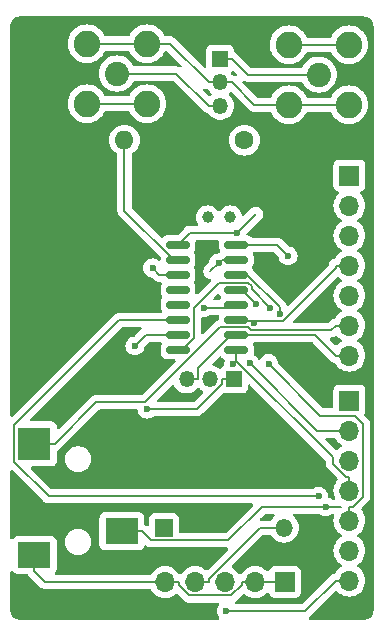
<source format=gbr>
%TF.GenerationSoftware,KiCad,Pcbnew,8.0.4*%
%TF.CreationDate,2025-05-02T23:49:30+05:30*%
%TF.ProjectId,Si4732Board,53693437-3332-4426-9f61-72642e6b6963,rev?*%
%TF.SameCoordinates,Original*%
%TF.FileFunction,Copper,L2,Bot*%
%TF.FilePolarity,Positive*%
%FSLAX46Y46*%
G04 Gerber Fmt 4.6, Leading zero omitted, Abs format (unit mm)*
G04 Created by KiCad (PCBNEW 8.0.4) date 2025-05-02 23:49:30*
%MOMM*%
%LPD*%
G01*
G04 APERTURE LIST*
G04 Aperture macros list*
%AMRoundRect*
0 Rectangle with rounded corners*
0 $1 Rounding radius*
0 $2 $3 $4 $5 $6 $7 $8 $9 X,Y pos of 4 corners*
0 Add a 4 corners polygon primitive as box body*
4,1,4,$2,$3,$4,$5,$6,$7,$8,$9,$2,$3,0*
0 Add four circle primitives for the rounded corners*
1,1,$1+$1,$2,$3*
1,1,$1+$1,$4,$5*
1,1,$1+$1,$6,$7*
1,1,$1+$1,$8,$9*
0 Add four rect primitives between the rounded corners*
20,1,$1+$1,$2,$3,$4,$5,0*
20,1,$1+$1,$4,$5,$6,$7,0*
20,1,$1+$1,$6,$7,$8,$9,0*
20,1,$1+$1,$8,$9,$2,$3,0*%
G04 Aperture macros list end*
%TA.AperFunction,ComponentPad*%
%ADD10R,1.700000X1.700000*%
%TD*%
%TA.AperFunction,ComponentPad*%
%ADD11O,1.700000X1.700000*%
%TD*%
%TA.AperFunction,ComponentPad*%
%ADD12R,1.350000X1.350000*%
%TD*%
%TA.AperFunction,ComponentPad*%
%ADD13O,1.350000X1.350000*%
%TD*%
%TA.AperFunction,ComponentPad*%
%ADD14C,2.050000*%
%TD*%
%TA.AperFunction,ComponentPad*%
%ADD15C,2.250000*%
%TD*%
%TA.AperFunction,ComponentPad*%
%ADD16C,1.000000*%
%TD*%
%TA.AperFunction,ComponentPad*%
%ADD17R,1.500000X1.500000*%
%TD*%
%TA.AperFunction,ComponentPad*%
%ADD18O,1.500000X1.500000*%
%TD*%
%TA.AperFunction,SMDPad,CuDef*%
%ADD19R,2.800000X2.200000*%
%TD*%
%TA.AperFunction,SMDPad,CuDef*%
%ADD20R,2.800000X2.800000*%
%TD*%
%TA.AperFunction,ComponentPad*%
%ADD21C,1.600000*%
%TD*%
%TA.AperFunction,ComponentPad*%
%ADD22O,1.600000X1.600000*%
%TD*%
%TA.AperFunction,SMDPad,CuDef*%
%ADD23RoundRect,0.150000X-0.825000X-0.150000X0.825000X-0.150000X0.825000X0.150000X-0.825000X0.150000X0*%
%TD*%
%TA.AperFunction,ViaPad*%
%ADD24C,0.600000*%
%TD*%
%TA.AperFunction,Conductor*%
%ADD25C,0.200000*%
%TD*%
G04 APERTURE END LIST*
D10*
%TO.P,J3,1,Pin_1*%
%TO.N,SCL*%
X152065000Y-103335000D03*
D11*
%TO.P,J3,2,Pin_2*%
%TO.N,SDA*%
X152065000Y-105875000D03*
%TO.P,J3,3,Pin_3*%
%TO.N,GND*%
X152065000Y-108415000D03*
%TO.P,J3,4,Pin_4*%
%TO.N,DOUT*%
X152065000Y-110955000D03*
%TO.P,J3,5,Pin_5*%
%TO.N,DFS*%
X152065000Y-113495000D03*
%TO.P,J3,6,Pin_6*%
%TO.N,GPIO2*%
X152065000Y-116035000D03*
%TO.P,J3,7,Pin_7*%
%TO.N,RCLK*%
X152065000Y-118575000D03*
%TD*%
D12*
%TO.P,J7,1,Pin_1*%
%TO.N,AMANT*%
X141125000Y-74385000D03*
D13*
%TO.P,J7,2,Pin_2*%
%TO.N,RFGND*%
X141125000Y-76385000D03*
%TO.P,J7,3,Pin_3*%
%TO.N,FMANT*%
X141125000Y-78385000D03*
%TD*%
D14*
%TO.P,J5,1,In*%
%TO.N,FMANT*%
X132385000Y-75645000D03*
D15*
%TO.P,J5,2,Ext*%
%TO.N,RFGND*%
X134925000Y-73105000D03*
X129845000Y-73105000D03*
X134925000Y-78185000D03*
X129845000Y-78185000D03*
%TD*%
D16*
%TO.P,Y1,1,1*%
%TO.N,Net-(C9-Pad1)*%
X140075000Y-87810000D03*
%TO.P,Y1,2,2*%
%TO.N,RCLK*%
X141975000Y-87810000D03*
%TD*%
D17*
%TO.P,D1,1,K*%
%TO.N,Net-(D1-K)*%
X136365000Y-114110000D03*
D18*
%TO.P,D1,2,A*%
%TO.N,9V*%
X146525000Y-114110000D03*
%TD*%
D10*
%TO.P,J4,1,Pin_1*%
%TO.N,SCL1*%
X152065000Y-84285000D03*
D11*
%TO.P,J4,2,Pin_2*%
%TO.N,SDA1*%
X152065000Y-86825000D03*
%TO.P,J4,3,Pin_3*%
%TO.N,RST*%
X152065000Y-89365000D03*
%TO.P,J4,4,Pin_4*%
%TO.N,3V3R2*%
X152065000Y-91905000D03*
%TO.P,J4,5,Pin_5*%
%TO.N,ROUT*%
X152065000Y-94445000D03*
%TO.P,J4,6,Pin_6*%
%TO.N,LOUT*%
X152065000Y-96985000D03*
%TO.P,J4,7,Pin_7*%
%TO.N,GND*%
X152065000Y-99525000D03*
%TD*%
D10*
%TO.P,J2,1,Pin_1*%
%TO.N,GND*%
X146625000Y-118685000D03*
D11*
%TO.P,J2,2,Pin_2*%
X144085000Y-118685000D03*
%TO.P,J2,3,Pin_3*%
%TO.N,3V3R2*%
X141545000Y-118685000D03*
%TO.P,J2,4,Pin_4*%
%TO.N,9V*%
X139005000Y-118685000D03*
%TO.P,J2,5,Pin_5*%
%TO.N,GND*%
X136465000Y-118685000D03*
%TD*%
D14*
%TO.P,J1,1,In*%
%TO.N,AMANT*%
X149475000Y-75735000D03*
D15*
%TO.P,J1,2,Ext*%
%TO.N,RFGND*%
X146935000Y-73195000D03*
X146935000Y-78275000D03*
X152015000Y-73195000D03*
X152015000Y-78275000D03*
%TD*%
D12*
%TO.P,J6,1,Pin_1*%
%TO.N,3V3R2*%
X142275000Y-101535000D03*
D13*
%TO.P,J6,2,Pin_2*%
%TO.N,SEN*%
X140275000Y-101535000D03*
%TO.P,J6,3,Pin_3*%
%TO.N,GND*%
X138275000Y-101535000D03*
%TD*%
D19*
%TO.P,J8,R*%
%TO.N,ROUT*%
X132800000Y-114400000D03*
%TO.P,J8,S*%
%TO.N,GND*%
X125400000Y-116400000D03*
D20*
%TO.P,J8,T*%
%TO.N,LOUT*%
X125400000Y-107000000D03*
%TD*%
D21*
%TO.P,L1,1,1*%
%TO.N,AMANT*%
X143175000Y-81285000D03*
D22*
%TO.P,L1,2,2*%
%TO.N,RFGND*%
X133015000Y-81285000D03*
%TD*%
D23*
%TO.P,U2,1,LOUT/DFS*%
%TO.N,DFS*%
X137550000Y-99030000D03*
%TO.P,U2,2,GPO3/DCLK*%
%TO.N,DCLK*%
X137550000Y-97760000D03*
%TO.P,U2,3,GPO2/INTB*%
%TO.N,GPIO2*%
X137550000Y-96490000D03*
%TO.P,U2,4,GPO1*%
%TO.N,unconnected-(U2-GPO1-Pad4)*%
X137550000Y-95220000D03*
%TO.P,U2,5,NC*%
%TO.N,unconnected-(U2-NC-Pad5)*%
X137550000Y-93950000D03*
%TO.P,U2,6,FMI*%
%TO.N,Net-(U2-FMI)*%
X137550000Y-92680000D03*
%TO.P,U2,7,RFGND*%
%TO.N,RFGND*%
X137550000Y-91410000D03*
%TO.P,U2,8,AMI*%
%TO.N,Net-(U2-AMI)*%
X137550000Y-90140000D03*
%TO.P,U2,9,\u002ARST*%
%TO.N,Net-(U2-\u002ARST)*%
X142500000Y-90140000D03*
%TO.P,U2,10,SENB*%
%TO.N,SEN*%
X142500000Y-91410000D03*
%TO.P,U2,11,SCLK*%
%TO.N,SCL*%
X142500000Y-92680000D03*
%TO.P,U2,12,SDIO*%
%TO.N,SDA*%
X142500000Y-93950000D03*
%TO.P,U2,13,RCLK*%
%TO.N,RCLK*%
X142500000Y-95220000D03*
%TO.P,U2,14,VDD*%
%TO.N,3V3R2*%
X142500000Y-96490000D03*
%TO.P,U2,15,GND*%
%TO.N,GND*%
X142500000Y-97760000D03*
%TO.P,U2,16,ROUT/DOUT*%
%TO.N,DOUT*%
X142500000Y-99030000D03*
%TD*%
D24*
%TO.N,3V3R2*%
X144019800Y-96790000D03*
X134927000Y-104059300D03*
%TO.N,SDA*%
X143606800Y-100183800D03*
X144124600Y-95120600D03*
%TO.N,SCL*%
X146174000Y-95972800D03*
%TO.N,ROUT*%
X150057300Y-112321300D03*
%TO.N,DFS*%
X145354000Y-95498000D03*
X145220800Y-100210800D03*
%TO.N,DOUT*%
X142246300Y-100230700D03*
%TO.N,Net-(U2-FMI)*%
X135394600Y-92107300D03*
%TO.N,RCLK*%
X139770200Y-95456800D03*
X141634900Y-121156100D03*
%TO.N,Net-(U2-AMI)*%
X142525400Y-89148600D03*
%TO.N,GPIO2*%
X149455500Y-111445300D03*
%TO.N,SEN*%
X141000800Y-91677100D03*
%TO.N,DCLK*%
X133909800Y-98707400D03*
%TO.N,Net-(U2-\u002ARST)*%
X146866600Y-91075500D03*
%TD*%
D25*
%TO.N,AMANT*%
X141125000Y-74385000D02*
X142101700Y-74385000D01*
X143451700Y-75735000D02*
X149475000Y-75735000D01*
X142101700Y-74385000D02*
X143451700Y-75735000D01*
%TO.N,FMANT*%
X137408300Y-75645000D02*
X140148300Y-78385000D01*
X132385000Y-75645000D02*
X137408300Y-75645000D01*
X141125000Y-78385000D02*
X140148300Y-78385000D01*
%TO.N,RFGND*%
X141125000Y-76385000D02*
X142101700Y-76385000D01*
X136868300Y-73105000D02*
X140148300Y-76385000D01*
X141125000Y-76385000D02*
X140148300Y-76385000D01*
X143991700Y-78275000D02*
X146935000Y-78275000D01*
X133015000Y-81285000D02*
X133015000Y-87242700D01*
X129845000Y-78185000D02*
X134925000Y-78185000D01*
X142101700Y-76385000D02*
X143991700Y-78275000D01*
X133015000Y-87242700D02*
X137182300Y-91410000D01*
X129845000Y-73105000D02*
X134925000Y-73105000D01*
X146935000Y-78275000D02*
X152015000Y-78275000D01*
X137182300Y-91410000D02*
X137550000Y-91410000D01*
X134925000Y-73105000D02*
X136868300Y-73105000D01*
X146935000Y-73195000D02*
X152015000Y-73195000D01*
%TO.N,3V3R2*%
X139140300Y-104059300D02*
X134927000Y-104059300D01*
X144019800Y-96791200D02*
X144019800Y-96790000D01*
X144019800Y-96597700D02*
X146451100Y-96597700D01*
X142500000Y-96490000D02*
X142607700Y-96597700D01*
X141298300Y-101901300D02*
X139140300Y-104059300D01*
X141298300Y-101535000D02*
X141298300Y-101901300D01*
X152065000Y-91905000D02*
X150913300Y-91905000D01*
X142607700Y-96597700D02*
X144019800Y-96597700D01*
X142275000Y-101535000D02*
X141298300Y-101535000D01*
X150913300Y-92135500D02*
X150913300Y-91905000D01*
X146451100Y-96597700D02*
X150913300Y-92135500D01*
X144019800Y-96791200D02*
X144019800Y-96790000D01*
X144019800Y-96597700D02*
X144019800Y-96790000D01*
%TO.N,9V*%
X139005000Y-118685000D02*
X140156700Y-118685000D01*
X146525000Y-114110000D02*
X144463200Y-114110000D01*
X140156700Y-118416500D02*
X140156700Y-118685000D01*
X144463200Y-114110000D02*
X140156700Y-118416500D01*
%TO.N,SDA*%
X149298000Y-105875000D02*
X143606800Y-100183800D01*
X144124600Y-95120600D02*
X142954000Y-93950000D01*
X142954000Y-93950000D02*
X142500000Y-93950000D01*
X152065000Y-105875000D02*
X149298000Y-105875000D01*
%TO.N,LOUT*%
X143770700Y-97392900D02*
X143502900Y-97125100D01*
X125400000Y-107000000D02*
X127101700Y-107000000D01*
X152065000Y-96985000D02*
X150913300Y-96985000D01*
X130644100Y-103457600D02*
X127101700Y-107000000D01*
X141079700Y-97125100D02*
X134747200Y-103457600D01*
X150505400Y-97392900D02*
X143770700Y-97392900D01*
X134747200Y-103457600D02*
X130644100Y-103457600D01*
X143502900Y-97125100D02*
X141079700Y-97125100D01*
X150913300Y-96985000D02*
X150505400Y-97392900D01*
%TO.N,SCL*%
X143412700Y-92680000D02*
X142500000Y-92680000D01*
X146174000Y-95441300D02*
X143412700Y-92680000D01*
X146174000Y-95972800D02*
X146174000Y-95441300D01*
%TO.N,ROUT*%
X144664600Y-112321400D02*
X150055700Y-112321400D01*
X134501700Y-114400000D02*
X135263400Y-115161700D01*
X141824300Y-115161700D02*
X144664600Y-112321400D01*
X150055700Y-112321300D02*
X151311600Y-112321300D01*
X150055700Y-112321300D02*
X150057300Y-112321300D01*
X135263400Y-115161700D02*
X141824300Y-115161700D01*
X151311600Y-112321300D02*
X150055700Y-112321300D01*
X132800000Y-114400000D02*
X134501700Y-114400000D01*
X150055700Y-112321400D02*
X150055700Y-112321300D01*
%TO.N,GND*%
X149182900Y-97794600D02*
X150913300Y-99525000D01*
X137616700Y-118953500D02*
X137616700Y-118685000D01*
X142068900Y-119837300D02*
X138500500Y-119837300D01*
X139251700Y-100558300D02*
X139251700Y-101535000D01*
X144085000Y-118685000D02*
X142933300Y-118685000D01*
X136465000Y-118685000D02*
X137616700Y-118685000D01*
X142500000Y-97760000D02*
X142534600Y-97794600D01*
X142050000Y-97760000D02*
X139251700Y-100558300D01*
X152065000Y-99525000D02*
X150913300Y-99525000D01*
X142933300Y-118685000D02*
X142933300Y-118972900D01*
X126283300Y-118685000D02*
X125400000Y-117801700D01*
X142500000Y-97760000D02*
X142050000Y-97760000D01*
X136465000Y-118685000D02*
X126283300Y-118685000D01*
X138275000Y-101535000D02*
X139251700Y-101535000D01*
X142534600Y-97794600D02*
X149182900Y-97794600D01*
X142933300Y-118972900D02*
X142068900Y-119837300D01*
X138500500Y-119837300D02*
X137616700Y-118953500D01*
X125400000Y-116400000D02*
X125400000Y-117801700D01*
X146625000Y-118685000D02*
X144085000Y-118685000D01*
%TO.N,DFS*%
X138912600Y-98012100D02*
X137894700Y-99030000D01*
X152065000Y-113495000D02*
X152065000Y-112343300D01*
X152502400Y-104604900D02*
X153216700Y-105319200D01*
X149614900Y-104604900D02*
X152502400Y-104604900D01*
X153216700Y-111460100D02*
X152333500Y-112343300D01*
X141028500Y-93347700D02*
X138912600Y-95463600D01*
X153216700Y-105319200D02*
X153216700Y-111460100D01*
X137894700Y-99030000D02*
X137550000Y-99030000D01*
X145354000Y-95498000D02*
X145150000Y-95702000D01*
X145150000Y-95702000D02*
X145354000Y-95498000D01*
X143512400Y-93347700D02*
X141028500Y-93347700D01*
X143777300Y-93612600D02*
X143512400Y-93347700D01*
X145220800Y-100210800D02*
X149614900Y-104604900D01*
X138912600Y-95463600D02*
X138912600Y-98012100D01*
X145354000Y-95498000D02*
X143777300Y-93921300D01*
X152333500Y-112343300D02*
X152065000Y-112343300D01*
X143777300Y-93921300D02*
X143777300Y-93612600D01*
%TO.N,DOUT*%
X142246300Y-100230700D02*
X142504700Y-99972300D01*
X150675200Y-108142800D02*
X150675200Y-108682000D01*
X142500000Y-99967600D02*
X142504700Y-99972300D01*
X150675200Y-108682000D02*
X151796500Y-109803300D01*
X142504700Y-99972300D02*
X150675200Y-108142800D01*
X152065000Y-110955000D02*
X152065000Y-109803300D01*
X151796500Y-109803300D02*
X152065000Y-109803300D01*
X142500000Y-99030000D02*
X142500000Y-99967600D01*
%TO.N,Net-(U2-FMI)*%
X135967300Y-92680000D02*
X135394600Y-92107300D01*
X137550000Y-92680000D02*
X135967300Y-92680000D01*
%TO.N,RCLK*%
X142263200Y-95456800D02*
X139770200Y-95456800D01*
X142500000Y-95220000D02*
X142263200Y-95456800D01*
X150913300Y-118575000D02*
X148332200Y-121156100D01*
X152065000Y-118575000D02*
X150913300Y-118575000D01*
X148332200Y-121156100D02*
X141634900Y-121156100D01*
%TO.N,Net-(U2-AMI)*%
X142525400Y-89148600D02*
X138541400Y-89148600D01*
X138541400Y-89148600D02*
X137550000Y-90140000D01*
X144148500Y-87525500D02*
X142525400Y-89148600D01*
X142525400Y-89148600D02*
X144148500Y-87525500D01*
%TO.N,GPIO2*%
X132591200Y-96490000D02*
X123698300Y-105382900D01*
X123698300Y-105382900D02*
X123698300Y-108533300D01*
X123698300Y-108533300D02*
X126610300Y-111445300D01*
X126610300Y-111445300D02*
X149455500Y-111445300D01*
X137550000Y-96490000D02*
X132591200Y-96490000D01*
%TO.N,SEN*%
X141000800Y-91677100D02*
X140275000Y-92402900D01*
X142500000Y-91410000D02*
X141267900Y-91410000D01*
X141267900Y-91410000D02*
X141000800Y-91677100D01*
X140275000Y-92402900D02*
X141000800Y-91677100D01*
%TO.N,DCLK*%
X133909800Y-98707400D02*
X133932400Y-98684800D01*
X134857200Y-97760000D02*
X133909800Y-98707400D01*
X137550000Y-97760000D02*
X134857200Y-97760000D01*
X133932400Y-98684800D02*
X133909800Y-98707400D01*
%TO.N,Net-(U2-\u002ARST)*%
X142500000Y-90140000D02*
X145931100Y-90140000D01*
X145931100Y-90140000D02*
X146866600Y-91075500D01*
%TD*%
%TA.AperFunction,NonConductor*%
G36*
X140971185Y-89768785D02*
G01*
X141016940Y-89821589D01*
X141027764Y-89882828D01*
X141024500Y-89924297D01*
X141024500Y-90355701D01*
X141027401Y-90392567D01*
X141027402Y-90392573D01*
X141073254Y-90550393D01*
X141073257Y-90550400D01*
X141138179Y-90660179D01*
X141155362Y-90727903D01*
X141133202Y-90794165D01*
X141078735Y-90837928D01*
X141063544Y-90843073D01*
X141036117Y-90850422D01*
X141036111Y-90850425D01*
X141021646Y-90858776D01*
X140973535Y-90874606D01*
X140821550Y-90891730D01*
X140651278Y-90951310D01*
X140498537Y-91047284D01*
X140370984Y-91174837D01*
X140275010Y-91327578D01*
X140215430Y-91497850D01*
X140205637Y-91584768D01*
X140178570Y-91649182D01*
X140170098Y-91658565D01*
X139794483Y-92034181D01*
X139794481Y-92034184D01*
X139715423Y-92171114D01*
X139715423Y-92171115D01*
X139674499Y-92323843D01*
X139674499Y-92323845D01*
X139674499Y-92481954D01*
X139674498Y-92481954D01*
X139674499Y-92481957D01*
X139715423Y-92634685D01*
X139794481Y-92771616D01*
X139906284Y-92883419D01*
X140043215Y-92962477D01*
X140195943Y-93003401D01*
X140195946Y-93003401D01*
X140224201Y-93003401D01*
X140291240Y-93023086D01*
X140336995Y-93075890D01*
X140346939Y-93145048D01*
X140317914Y-93208604D01*
X140311882Y-93215082D01*
X139234487Y-94292476D01*
X139173164Y-94325961D01*
X139103472Y-94320977D01*
X139047539Y-94279105D01*
X139023122Y-94213641D01*
X139023187Y-94195072D01*
X139025500Y-94165694D01*
X139025500Y-93734306D01*
X139022598Y-93697431D01*
X138976744Y-93539602D01*
X138893081Y-93398135D01*
X138893078Y-93398132D01*
X138888298Y-93391969D01*
X138890750Y-93390066D01*
X138864155Y-93341421D01*
X138869104Y-93271726D01*
X138889940Y-93239304D01*
X138888298Y-93238031D01*
X138893075Y-93231870D01*
X138893081Y-93231865D01*
X138976744Y-93090398D01*
X139022598Y-92932569D01*
X139025500Y-92895694D01*
X139025500Y-92464306D01*
X139022598Y-92427431D01*
X139007541Y-92375606D01*
X138976745Y-92269606D01*
X138976744Y-92269603D01*
X138976744Y-92269602D01*
X138893081Y-92128135D01*
X138893078Y-92128132D01*
X138888298Y-92121969D01*
X138890750Y-92120066D01*
X138864155Y-92071421D01*
X138869104Y-92001726D01*
X138889940Y-91969304D01*
X138888298Y-91968031D01*
X138893075Y-91961870D01*
X138893081Y-91961865D01*
X138976744Y-91820398D01*
X139019507Y-91673209D01*
X139022597Y-91662573D01*
X139022598Y-91662567D01*
X139022913Y-91658565D01*
X139025500Y-91625694D01*
X139025500Y-91194306D01*
X139022598Y-91157431D01*
X139021995Y-91155356D01*
X138976745Y-90999606D01*
X138976744Y-90999603D01*
X138976744Y-90999602D01*
X138893081Y-90858135D01*
X138893078Y-90858132D01*
X138888298Y-90851969D01*
X138890750Y-90850066D01*
X138864155Y-90801421D01*
X138869104Y-90731726D01*
X138889940Y-90699304D01*
X138888298Y-90698031D01*
X138893075Y-90691870D01*
X138893081Y-90691865D01*
X138976744Y-90550398D01*
X139022598Y-90392569D01*
X139025500Y-90355694D01*
X139025500Y-89924306D01*
X139022598Y-89887431D01*
X139022236Y-89882828D01*
X139036601Y-89814451D01*
X139085653Y-89764694D01*
X139145854Y-89749100D01*
X140904146Y-89749100D01*
X140971185Y-89768785D01*
G37*
%TD.AperFunction*%
%TA.AperFunction,NonConductor*%
G36*
X141013853Y-94314093D02*
G01*
X141069787Y-94355964D01*
X141077247Y-94367147D01*
X141123289Y-94444999D01*
X141156917Y-94501862D01*
X141161702Y-94508031D01*
X141159256Y-94509927D01*
X141185857Y-94558642D01*
X141180873Y-94628334D01*
X141160069Y-94660703D01*
X141161702Y-94661969D01*
X141156917Y-94668137D01*
X141081643Y-94795421D01*
X141030574Y-94843104D01*
X140974911Y-94856300D01*
X140668497Y-94856300D01*
X140601458Y-94836615D01*
X140555703Y-94783811D01*
X140545759Y-94714653D01*
X140574784Y-94651097D01*
X140580805Y-94644628D01*
X140882842Y-94342591D01*
X140944162Y-94309109D01*
X141013853Y-94314093D01*
G37*
%TD.AperFunction*%
%TA.AperFunction,NonConductor*%
G36*
X151117403Y-92883145D02*
G01*
X151161750Y-92911646D01*
X151193597Y-92943493D01*
X151193603Y-92943498D01*
X151379158Y-93073425D01*
X151422783Y-93128002D01*
X151429977Y-93197500D01*
X151398454Y-93259855D01*
X151379158Y-93276575D01*
X151193597Y-93406505D01*
X151026505Y-93573597D01*
X150890965Y-93767169D01*
X150890964Y-93767171D01*
X150791098Y-93981335D01*
X150791094Y-93981344D01*
X150729938Y-94209586D01*
X150729936Y-94209596D01*
X150709341Y-94444999D01*
X150709341Y-94445000D01*
X150729936Y-94680403D01*
X150729938Y-94680413D01*
X150791094Y-94908655D01*
X150791096Y-94908659D01*
X150791097Y-94908663D01*
X150890965Y-95122829D01*
X150890967Y-95122834D01*
X151026501Y-95316395D01*
X151026506Y-95316402D01*
X151193597Y-95483493D01*
X151193603Y-95483498D01*
X151379158Y-95613425D01*
X151422783Y-95668002D01*
X151429977Y-95737500D01*
X151398454Y-95799855D01*
X151379158Y-95816575D01*
X151193597Y-95946505D01*
X151026505Y-96113597D01*
X150890965Y-96307169D01*
X150890964Y-96307170D01*
X150882290Y-96325772D01*
X150836115Y-96378209D01*
X150802005Y-96393136D01*
X150681520Y-96425421D01*
X150681509Y-96425426D01*
X150544590Y-96504475D01*
X150544582Y-96504481D01*
X150292984Y-96756081D01*
X150231661Y-96789566D01*
X150205303Y-96792400D01*
X147404997Y-96792400D01*
X147337958Y-96772715D01*
X147292203Y-96719911D01*
X147282259Y-96650753D01*
X147311284Y-96587197D01*
X147317316Y-96580719D01*
X150986388Y-92911646D01*
X151047711Y-92878161D01*
X151117403Y-92883145D01*
G37*
%TD.AperFunction*%
%TA.AperFunction,NonConductor*%
G36*
X140981621Y-96076985D02*
G01*
X141027376Y-96129789D01*
X141037320Y-96198947D01*
X141033659Y-96215893D01*
X141027402Y-96237429D01*
X141027401Y-96237432D01*
X141024500Y-96274298D01*
X141024500Y-96423058D01*
X141004815Y-96490097D01*
X140952011Y-96535852D01*
X140932595Y-96542832D01*
X140847920Y-96565521D01*
X140847909Y-96565526D01*
X140710990Y-96644575D01*
X140710982Y-96644581D01*
X139724781Y-97630783D01*
X139663458Y-97664268D01*
X139593766Y-97659284D01*
X139537833Y-97617412D01*
X139513416Y-97551948D01*
X139513100Y-97543102D01*
X139513100Y-96372153D01*
X139532785Y-96305114D01*
X139585589Y-96259359D01*
X139650983Y-96248933D01*
X139770196Y-96262365D01*
X139770200Y-96262365D01*
X139770204Y-96262365D01*
X139949449Y-96242169D01*
X139949452Y-96242168D01*
X139949455Y-96242168D01*
X140119722Y-96182589D01*
X140272462Y-96086616D01*
X140272467Y-96086610D01*
X140275297Y-96084355D01*
X140277475Y-96083465D01*
X140278358Y-96082911D01*
X140278455Y-96083065D01*
X140339983Y-96057945D01*
X140352612Y-96057300D01*
X140914582Y-96057300D01*
X140981621Y-96076985D01*
G37*
%TD.AperFunction*%
%TA.AperFunction,NonConductor*%
G36*
X151002133Y-97847888D02*
G01*
X151046501Y-97876397D01*
X151193597Y-98023493D01*
X151193603Y-98023498D01*
X151379158Y-98153425D01*
X151422783Y-98208002D01*
X151429977Y-98277500D01*
X151398454Y-98339855D01*
X151379158Y-98356575D01*
X151193597Y-98486505D01*
X151046500Y-98633603D01*
X150985177Y-98667088D01*
X150915485Y-98662104D01*
X150871138Y-98633603D01*
X150442617Y-98205082D01*
X150409132Y-98143759D01*
X150414116Y-98074067D01*
X150455988Y-98018134D01*
X150521452Y-97993717D01*
X150530298Y-97993401D01*
X150584454Y-97993401D01*
X150584457Y-97993401D01*
X150737185Y-97952477D01*
X150824899Y-97901835D01*
X150874116Y-97873420D01*
X150874119Y-97873416D01*
X150880566Y-97868471D01*
X150882070Y-97870432D01*
X150932440Y-97842917D01*
X151002133Y-97847888D01*
G37*
%TD.AperFunction*%
%TA.AperFunction,NonConductor*%
G36*
X141160476Y-99601270D02*
G01*
X141204824Y-99629771D01*
X141273129Y-99698076D01*
X141273133Y-99698079D01*
X141273135Y-99698081D01*
X141414602Y-99781744D01*
X141414603Y-99781744D01*
X141414604Y-99781745D01*
X141416652Y-99782340D01*
X141418066Y-99783243D01*
X141421765Y-99784844D01*
X141421506Y-99785440D01*
X141475537Y-99819947D01*
X141504743Y-99883419D01*
X141499098Y-99942370D01*
X141460932Y-100051442D01*
X141460930Y-100051450D01*
X141440735Y-100230696D01*
X141440735Y-100230702D01*
X141446601Y-100282764D01*
X141434547Y-100351586D01*
X141387198Y-100402966D01*
X141366720Y-100412828D01*
X141357666Y-100416205D01*
X141357665Y-100416205D01*
X141242455Y-100502452D01*
X141180214Y-100585594D01*
X141124279Y-100627465D01*
X141054588Y-100632448D01*
X140997411Y-100602920D01*
X140986434Y-100592913D01*
X140986429Y-100592910D01*
X140801213Y-100478229D01*
X140801207Y-100478226D01*
X140716113Y-100445260D01*
X140598069Y-100399530D01*
X140544231Y-100389466D01*
X140481952Y-100357799D01*
X140446679Y-100297487D01*
X140449613Y-100227679D01*
X140479335Y-100179899D01*
X141029464Y-99629769D01*
X141090785Y-99596286D01*
X141160476Y-99601270D01*
G37*
%TD.AperFunction*%
%TA.AperFunction,NonConductor*%
G36*
X137156206Y-102000340D02*
G01*
X137212140Y-102042211D01*
X137223873Y-102061250D01*
X137271288Y-102156472D01*
X137402573Y-102330322D01*
X137563568Y-102477088D01*
X137563573Y-102477091D01*
X137563576Y-102477093D01*
X137748786Y-102591770D01*
X137748792Y-102591773D01*
X137755855Y-102594509D01*
X137951931Y-102670470D01*
X138166074Y-102710500D01*
X138166076Y-102710500D01*
X138383924Y-102710500D01*
X138383926Y-102710500D01*
X138598069Y-102670470D01*
X138801210Y-102591772D01*
X138986432Y-102477088D01*
X139147427Y-102330322D01*
X139176047Y-102292422D01*
X139232153Y-102250787D01*
X139301865Y-102246094D01*
X139363048Y-102279836D01*
X139373946Y-102292414D01*
X139402573Y-102330322D01*
X139402576Y-102330325D01*
X139402578Y-102330327D01*
X139517569Y-102435154D01*
X139563568Y-102477088D01*
X139621743Y-102513108D01*
X139668379Y-102565135D01*
X139679483Y-102634116D01*
X139651531Y-102698151D01*
X139644147Y-102706216D01*
X138927884Y-103422481D01*
X138866561Y-103455966D01*
X138840203Y-103458800D01*
X135894597Y-103458800D01*
X135827558Y-103439115D01*
X135781803Y-103386311D01*
X135771859Y-103317153D01*
X135800884Y-103253597D01*
X135806916Y-103247119D01*
X136076956Y-102977079D01*
X137025194Y-102028839D01*
X137086515Y-101995356D01*
X137156206Y-102000340D01*
G37*
%TD.AperFunction*%
%TA.AperFunction,NonConductor*%
G36*
X134445141Y-97110185D02*
G01*
X134490896Y-97162989D01*
X134500840Y-97232147D01*
X134471815Y-97295703D01*
X134465783Y-97302181D01*
X134376678Y-97391286D01*
X133891265Y-97876698D01*
X133829942Y-97910183D01*
X133817468Y-97912237D01*
X133730550Y-97922030D01*
X133560278Y-97981610D01*
X133407537Y-98077584D01*
X133279984Y-98205137D01*
X133184011Y-98357876D01*
X133124431Y-98528145D01*
X133124430Y-98528150D01*
X133104235Y-98707396D01*
X133104235Y-98707403D01*
X133124430Y-98886649D01*
X133124431Y-98886654D01*
X133184011Y-99056923D01*
X133279984Y-99209662D01*
X133407538Y-99337216D01*
X133456456Y-99367953D01*
X133547932Y-99425432D01*
X133560278Y-99433189D01*
X133708377Y-99485011D01*
X133730545Y-99492768D01*
X133730550Y-99492769D01*
X133909796Y-99512965D01*
X133909800Y-99512965D01*
X133909804Y-99512965D01*
X134089049Y-99492769D01*
X134089052Y-99492768D01*
X134089055Y-99492768D01*
X134259322Y-99433189D01*
X134412062Y-99337216D01*
X134539616Y-99209662D01*
X134635589Y-99056922D01*
X134695168Y-98886655D01*
X134704961Y-98799729D01*
X134732026Y-98735318D01*
X134740480Y-98725953D01*
X135069618Y-98396816D01*
X135130939Y-98363334D01*
X135157297Y-98360500D01*
X136059093Y-98360500D01*
X136126132Y-98380185D01*
X136171887Y-98432989D01*
X136181831Y-98502147D01*
X136165825Y-98547620D01*
X136123257Y-98619599D01*
X136123254Y-98619606D01*
X136077402Y-98777426D01*
X136077401Y-98777432D01*
X136074500Y-98814298D01*
X136074500Y-99245701D01*
X136077401Y-99282567D01*
X136077402Y-99282573D01*
X136123254Y-99440393D01*
X136123255Y-99440396D01*
X136123256Y-99440398D01*
X136133672Y-99458011D01*
X136206917Y-99581862D01*
X136206923Y-99581870D01*
X136323129Y-99698076D01*
X136323133Y-99698079D01*
X136323135Y-99698081D01*
X136464602Y-99781744D01*
X136477324Y-99785440D01*
X136622426Y-99827597D01*
X136622429Y-99827597D01*
X136622431Y-99827598D01*
X136659306Y-99830500D01*
X137225703Y-99830500D01*
X137292742Y-99850185D01*
X137338497Y-99902989D01*
X137348441Y-99972147D01*
X137319416Y-100035703D01*
X137313384Y-100042181D01*
X134534784Y-102820781D01*
X134473461Y-102854266D01*
X134447103Y-102857100D01*
X130723157Y-102857100D01*
X130565043Y-102857100D01*
X130412315Y-102898023D01*
X130412314Y-102898023D01*
X130412312Y-102898024D01*
X130412309Y-102898025D01*
X130362196Y-102926959D01*
X130362195Y-102926960D01*
X130318789Y-102952020D01*
X130275385Y-102977079D01*
X130275382Y-102977081D01*
X127512180Y-105740284D01*
X127450857Y-105773769D01*
X127381165Y-105768785D01*
X127325232Y-105726913D01*
X127300815Y-105661449D01*
X127300499Y-105652603D01*
X127300499Y-105552129D01*
X127300498Y-105552123D01*
X127294091Y-105492516D01*
X127243797Y-105357671D01*
X127243793Y-105357664D01*
X127157547Y-105242455D01*
X127157544Y-105242452D01*
X127042335Y-105156206D01*
X127042328Y-105156202D01*
X126907482Y-105105908D01*
X126907483Y-105105908D01*
X126847883Y-105099501D01*
X126847881Y-105099500D01*
X126847873Y-105099500D01*
X126847865Y-105099500D01*
X125130296Y-105099500D01*
X125063257Y-105079815D01*
X125017502Y-105027011D01*
X125007558Y-104957853D01*
X125036583Y-104894297D01*
X125042615Y-104887819D01*
X126841549Y-103088886D01*
X132803617Y-97126819D01*
X132864940Y-97093334D01*
X132891298Y-97090500D01*
X134378102Y-97090500D01*
X134445141Y-97110185D01*
G37*
%TD.AperFunction*%
%TA.AperFunction,NonConductor*%
G36*
X150842948Y-106495185D02*
G01*
X150888292Y-106547097D01*
X150890965Y-106552830D01*
X150890966Y-106552831D01*
X151026501Y-106746395D01*
X151026506Y-106746402D01*
X151193597Y-106913493D01*
X151193603Y-106913498D01*
X151379158Y-107043425D01*
X151422783Y-107098002D01*
X151429977Y-107167500D01*
X151398454Y-107229855D01*
X151379158Y-107246575D01*
X151193597Y-107376505D01*
X151063550Y-107506553D01*
X151002227Y-107540038D01*
X150932535Y-107535054D01*
X150888188Y-107506553D01*
X150068816Y-106687181D01*
X150035331Y-106625858D01*
X150040315Y-106556166D01*
X150082187Y-106500233D01*
X150147651Y-106475816D01*
X150156497Y-106475500D01*
X150775909Y-106475500D01*
X150842948Y-106495185D01*
G37*
%TD.AperFunction*%
%TA.AperFunction,NonConductor*%
G36*
X143655701Y-101972983D02*
G01*
X143662180Y-101979015D01*
X150038381Y-108355216D01*
X150071866Y-108416539D01*
X150074700Y-108442897D01*
X150074700Y-108595330D01*
X150074699Y-108595348D01*
X150074699Y-108761054D01*
X150074698Y-108761054D01*
X150115623Y-108913785D01*
X150144558Y-108963900D01*
X150144559Y-108963904D01*
X150144560Y-108963904D01*
X150175173Y-109016929D01*
X150194679Y-109050714D01*
X150194681Y-109050717D01*
X150313549Y-109169585D01*
X150313555Y-109169590D01*
X151039352Y-109895387D01*
X151072837Y-109956710D01*
X151067853Y-110026402D01*
X151039357Y-110070744D01*
X151026507Y-110083595D01*
X150890965Y-110277169D01*
X150890964Y-110277171D01*
X150791098Y-110491335D01*
X150791094Y-110491344D01*
X150729938Y-110719586D01*
X150729936Y-110719596D01*
X150709341Y-110954999D01*
X150709341Y-110955000D01*
X150729936Y-111190403D01*
X150729938Y-111190413D01*
X150791094Y-111418655D01*
X150791096Y-111418659D01*
X150791097Y-111418663D01*
X150806766Y-111452265D01*
X150849727Y-111544395D01*
X150860219Y-111613473D01*
X150831699Y-111677257D01*
X150773223Y-111715496D01*
X150737345Y-111720800D01*
X150639712Y-111720800D01*
X150572673Y-111701115D01*
X150562397Y-111693745D01*
X150559563Y-111691485D01*
X150559562Y-111691484D01*
X150406822Y-111595511D01*
X150406819Y-111595509D01*
X150343648Y-111573404D01*
X150286872Y-111532682D01*
X150261125Y-111467729D01*
X150261284Y-111452265D01*
X150261065Y-111452265D01*
X150261065Y-111445297D01*
X150240869Y-111266050D01*
X150240868Y-111266045D01*
X150181288Y-111095776D01*
X150092832Y-110955000D01*
X150085316Y-110943038D01*
X149957762Y-110815484D01*
X149946617Y-110808481D01*
X149805023Y-110719511D01*
X149634754Y-110659931D01*
X149634749Y-110659930D01*
X149455504Y-110639735D01*
X149455496Y-110639735D01*
X149276250Y-110659930D01*
X149276245Y-110659931D01*
X149105976Y-110719511D01*
X148953236Y-110815485D01*
X148950403Y-110817745D01*
X148948224Y-110818634D01*
X148947342Y-110819189D01*
X148947244Y-110819034D01*
X148885717Y-110844155D01*
X148873088Y-110844800D01*
X126910397Y-110844800D01*
X126843358Y-110825115D01*
X126822716Y-110808481D01*
X125126415Y-109112180D01*
X125092930Y-109050857D01*
X125097914Y-108981165D01*
X125139786Y-108925232D01*
X125205250Y-108900815D01*
X125214096Y-108900499D01*
X126847871Y-108900499D01*
X126847872Y-108900499D01*
X126907483Y-108894091D01*
X127042331Y-108843796D01*
X127157546Y-108757546D01*
X127243796Y-108642331D01*
X127294091Y-108507483D01*
X127300500Y-108447873D01*
X127300500Y-108213389D01*
X127999500Y-108213389D01*
X127999500Y-108386610D01*
X128009201Y-108447864D01*
X128026598Y-108557701D01*
X128080127Y-108722445D01*
X128158768Y-108876788D01*
X128260586Y-109016928D01*
X128383072Y-109139414D01*
X128523212Y-109241232D01*
X128677555Y-109319873D01*
X128842299Y-109373402D01*
X129013389Y-109400500D01*
X129013390Y-109400500D01*
X129186610Y-109400500D01*
X129186611Y-109400500D01*
X129357701Y-109373402D01*
X129522445Y-109319873D01*
X129676788Y-109241232D01*
X129816928Y-109139414D01*
X129939414Y-109016928D01*
X130041232Y-108876788D01*
X130119873Y-108722445D01*
X130173402Y-108557701D01*
X130200500Y-108386611D01*
X130200500Y-108213389D01*
X130173402Y-108042299D01*
X130119873Y-107877555D01*
X130041232Y-107723212D01*
X129939414Y-107583072D01*
X129816928Y-107460586D01*
X129676788Y-107358768D01*
X129522445Y-107280127D01*
X129357701Y-107226598D01*
X129357699Y-107226597D01*
X129357698Y-107226597D01*
X129226271Y-107205781D01*
X129186611Y-107199500D01*
X129013389Y-107199500D01*
X128973728Y-107205781D01*
X128842302Y-107226597D01*
X128677552Y-107280128D01*
X128523211Y-107358768D01*
X128443256Y-107416859D01*
X128383072Y-107460586D01*
X128383070Y-107460588D01*
X128383069Y-107460588D01*
X128260588Y-107583069D01*
X128260588Y-107583070D01*
X128260586Y-107583072D01*
X128260513Y-107583173D01*
X128158768Y-107723211D01*
X128080128Y-107877552D01*
X128026597Y-108042302D01*
X127999500Y-108213389D01*
X127300500Y-108213389D01*
X127300499Y-107650211D01*
X127320183Y-107583173D01*
X127362497Y-107542826D01*
X127387540Y-107528368D01*
X127470416Y-107480520D01*
X127582220Y-107368716D01*
X127582220Y-107368714D01*
X127592424Y-107358511D01*
X127592427Y-107358506D01*
X130856516Y-104094419D01*
X130917839Y-104060934D01*
X130944197Y-104058100D01*
X134010486Y-104058100D01*
X134077525Y-104077785D01*
X134123280Y-104130589D01*
X134133706Y-104168216D01*
X134141630Y-104238550D01*
X134141631Y-104238554D01*
X134201211Y-104408823D01*
X134288429Y-104547629D01*
X134297184Y-104561562D01*
X134424738Y-104689116D01*
X134577478Y-104785089D01*
X134747745Y-104844668D01*
X134747750Y-104844669D01*
X134926996Y-104864865D01*
X134927000Y-104864865D01*
X134927004Y-104864865D01*
X135106249Y-104844669D01*
X135106252Y-104844668D01*
X135106255Y-104844668D01*
X135276522Y-104785089D01*
X135429262Y-104689116D01*
X135429267Y-104689110D01*
X135432097Y-104686855D01*
X135434275Y-104685965D01*
X135435158Y-104685411D01*
X135435255Y-104685565D01*
X135496783Y-104660445D01*
X135509412Y-104659800D01*
X139053631Y-104659800D01*
X139053647Y-104659801D01*
X139061243Y-104659801D01*
X139219354Y-104659801D01*
X139219357Y-104659801D01*
X139372085Y-104618877D01*
X139422204Y-104589939D01*
X139509016Y-104539820D01*
X139620820Y-104428016D01*
X139620820Y-104428014D01*
X139631028Y-104417807D01*
X139631030Y-104417804D01*
X141328539Y-102720294D01*
X141389860Y-102686811D01*
X141459550Y-102691794D01*
X141492517Y-102704091D01*
X141552127Y-102710500D01*
X142997872Y-102710499D01*
X143057483Y-102704091D01*
X143192331Y-102653796D01*
X143307546Y-102567546D01*
X143393796Y-102452331D01*
X143444091Y-102317483D01*
X143450500Y-102257873D01*
X143450499Y-102066694D01*
X143470183Y-101999657D01*
X143522987Y-101953902D01*
X143592145Y-101943958D01*
X143655701Y-101972983D01*
G37*
%TD.AperFunction*%
%TA.AperFunction,NonConductor*%
G36*
X145715362Y-112941585D02*
G01*
X145761117Y-112994389D01*
X145771061Y-113063547D01*
X145742036Y-113127103D01*
X145719449Y-113147473D01*
X145718121Y-113148402D01*
X145563402Y-113303121D01*
X145455920Y-113456623D01*
X145401343Y-113500248D01*
X145354345Y-113509500D01*
X144625097Y-113509500D01*
X144558058Y-113489815D01*
X144512303Y-113437011D01*
X144502359Y-113367853D01*
X144531384Y-113304297D01*
X144537416Y-113297819D01*
X144877017Y-112958219D01*
X144938340Y-112924734D01*
X144964698Y-112921900D01*
X145648323Y-112921900D01*
X145715362Y-112941585D01*
G37*
%TD.AperFunction*%
%TA.AperFunction,NonConductor*%
G36*
X123560703Y-109245384D02*
G01*
X123567181Y-109251416D01*
X126125439Y-111809674D01*
X126125449Y-111809685D01*
X126129779Y-111814015D01*
X126129780Y-111814016D01*
X126241584Y-111925820D01*
X126241586Y-111925821D01*
X126241590Y-111925824D01*
X126292989Y-111955499D01*
X126292994Y-111955501D01*
X126378509Y-112004874D01*
X126378510Y-112004875D01*
X126378512Y-112004875D01*
X126378515Y-112004877D01*
X126531243Y-112045801D01*
X126531246Y-112045801D01*
X126696953Y-112045801D01*
X126696969Y-112045800D01*
X143791602Y-112045800D01*
X143858641Y-112065485D01*
X143904396Y-112118289D01*
X143914340Y-112187447D01*
X143885315Y-112251003D01*
X143879283Y-112257481D01*
X141611884Y-114524881D01*
X141550561Y-114558366D01*
X141524203Y-114561200D01*
X137739500Y-114561200D01*
X137672461Y-114541515D01*
X137626706Y-114488711D01*
X137615500Y-114437200D01*
X137615499Y-113312129D01*
X137615498Y-113312123D01*
X137615497Y-113312116D01*
X137609091Y-113252517D01*
X137608946Y-113252129D01*
X137558797Y-113117671D01*
X137558793Y-113117664D01*
X137472547Y-113002455D01*
X137472544Y-113002452D01*
X137357335Y-112916206D01*
X137357328Y-112916202D01*
X137222482Y-112865908D01*
X137222483Y-112865908D01*
X137162883Y-112859501D01*
X137162881Y-112859500D01*
X137162873Y-112859500D01*
X137162864Y-112859500D01*
X135567129Y-112859500D01*
X135567123Y-112859501D01*
X135507516Y-112865908D01*
X135372671Y-112916202D01*
X135372664Y-112916206D01*
X135257455Y-113002452D01*
X135257452Y-113002455D01*
X135171206Y-113117664D01*
X135171202Y-113117671D01*
X135120908Y-113252517D01*
X135116038Y-113297819D01*
X135114501Y-113312123D01*
X135114500Y-113312135D01*
X135114500Y-113864202D01*
X135094815Y-113931241D01*
X135042011Y-113976996D01*
X134972853Y-113986940D01*
X134909297Y-113957915D01*
X134902819Y-113951883D01*
X134870417Y-113919481D01*
X134870412Y-113919477D01*
X134762499Y-113857174D01*
X134714284Y-113806607D01*
X134700499Y-113749787D01*
X134700499Y-113252129D01*
X134700498Y-113252123D01*
X134700497Y-113252116D01*
X134694091Y-113192517D01*
X134677637Y-113148402D01*
X134643797Y-113057671D01*
X134643793Y-113057664D01*
X134557547Y-112942455D01*
X134557544Y-112942452D01*
X134442335Y-112856206D01*
X134442328Y-112856202D01*
X134307482Y-112805908D01*
X134307483Y-112805908D01*
X134247883Y-112799501D01*
X134247881Y-112799500D01*
X134247873Y-112799500D01*
X134247864Y-112799500D01*
X131352129Y-112799500D01*
X131352123Y-112799501D01*
X131292516Y-112805908D01*
X131157671Y-112856202D01*
X131157664Y-112856206D01*
X131042455Y-112942452D01*
X131042452Y-112942455D01*
X130956206Y-113057664D01*
X130956202Y-113057671D01*
X130905908Y-113192517D01*
X130899501Y-113252116D01*
X130899501Y-113252123D01*
X130899500Y-113252135D01*
X130899500Y-115547870D01*
X130899501Y-115547876D01*
X130905908Y-115607483D01*
X130956202Y-115742328D01*
X130956206Y-115742335D01*
X131042452Y-115857544D01*
X131042455Y-115857547D01*
X131157664Y-115943793D01*
X131157671Y-115943797D01*
X131292517Y-115994091D01*
X131292516Y-115994091D01*
X131299444Y-115994835D01*
X131352127Y-116000500D01*
X134247872Y-116000499D01*
X134307483Y-115994091D01*
X134442331Y-115943796D01*
X134557546Y-115857546D01*
X134643796Y-115742331D01*
X134671719Y-115667466D01*
X134713590Y-115611532D01*
X134779054Y-115587115D01*
X134847327Y-115601966D01*
X134875582Y-115623118D01*
X134894684Y-115642220D01*
X134894686Y-115642221D01*
X134894690Y-115642224D01*
X135031609Y-115721273D01*
X135031616Y-115721277D01*
X135143419Y-115751234D01*
X135184342Y-115762200D01*
X135184343Y-115762200D01*
X141662402Y-115762200D01*
X141729441Y-115781885D01*
X141775196Y-115834689D01*
X141785140Y-115903847D01*
X141756115Y-115967403D01*
X141750083Y-115973881D01*
X140064611Y-117659353D01*
X140003288Y-117692838D01*
X139933596Y-117687854D01*
X139889249Y-117659353D01*
X139876402Y-117646506D01*
X139876395Y-117646501D01*
X139682834Y-117510967D01*
X139682830Y-117510965D01*
X139630982Y-117486788D01*
X139468663Y-117411097D01*
X139468659Y-117411096D01*
X139468655Y-117411094D01*
X139240413Y-117349938D01*
X139240403Y-117349936D01*
X139005001Y-117329341D01*
X139004999Y-117329341D01*
X138769596Y-117349936D01*
X138769586Y-117349938D01*
X138541344Y-117411094D01*
X138541335Y-117411098D01*
X138327171Y-117510964D01*
X138327169Y-117510965D01*
X138133597Y-117646505D01*
X137966508Y-117813594D01*
X137836574Y-117999160D01*
X137781997Y-118042784D01*
X137712498Y-118049977D01*
X137650144Y-118018455D01*
X137633429Y-117999164D01*
X137503495Y-117813599D01*
X137503493Y-117813596D01*
X137336402Y-117646506D01*
X137336395Y-117646501D01*
X137142834Y-117510967D01*
X137142830Y-117510965D01*
X137090982Y-117486788D01*
X136928663Y-117411097D01*
X136928659Y-117411096D01*
X136928655Y-117411094D01*
X136700413Y-117349938D01*
X136700403Y-117349936D01*
X136465001Y-117329341D01*
X136464999Y-117329341D01*
X136229596Y-117349936D01*
X136229586Y-117349938D01*
X136001344Y-117411094D01*
X136001335Y-117411098D01*
X135787171Y-117510964D01*
X135787169Y-117510965D01*
X135593597Y-117646505D01*
X135426506Y-117813596D01*
X135290965Y-118007170D01*
X135290962Y-118007175D01*
X135288289Y-118012909D01*
X135242115Y-118065346D01*
X135175909Y-118084500D01*
X127226931Y-118084500D01*
X127159892Y-118064815D01*
X127114137Y-118012011D01*
X127104193Y-117942853D01*
X127133218Y-117879297D01*
X127152620Y-117861234D01*
X127154797Y-117859603D01*
X127157546Y-117857546D01*
X127243796Y-117742331D01*
X127294091Y-117607483D01*
X127300500Y-117547873D01*
X127300499Y-115252128D01*
X127296335Y-115213389D01*
X127999500Y-115213389D01*
X127999500Y-115386611D01*
X128026598Y-115557701D01*
X128080127Y-115722445D01*
X128158768Y-115876788D01*
X128260586Y-116016928D01*
X128383072Y-116139414D01*
X128523212Y-116241232D01*
X128677555Y-116319873D01*
X128842299Y-116373402D01*
X129013389Y-116400500D01*
X129013390Y-116400500D01*
X129186610Y-116400500D01*
X129186611Y-116400500D01*
X129357701Y-116373402D01*
X129522445Y-116319873D01*
X129676788Y-116241232D01*
X129816928Y-116139414D01*
X129939414Y-116016928D01*
X130041232Y-115876788D01*
X130119873Y-115722445D01*
X130173402Y-115557701D01*
X130200500Y-115386611D01*
X130200500Y-115213389D01*
X130173402Y-115042299D01*
X130119873Y-114877555D01*
X130041232Y-114723212D01*
X129939414Y-114583072D01*
X129816928Y-114460586D01*
X129676788Y-114358768D01*
X129522445Y-114280127D01*
X129357701Y-114226598D01*
X129357699Y-114226597D01*
X129357698Y-114226597D01*
X129226271Y-114205781D01*
X129186611Y-114199500D01*
X129013389Y-114199500D01*
X128973728Y-114205781D01*
X128842302Y-114226597D01*
X128677552Y-114280128D01*
X128523211Y-114358768D01*
X128443256Y-114416859D01*
X128383072Y-114460586D01*
X128383070Y-114460588D01*
X128383069Y-114460588D01*
X128260588Y-114583069D01*
X128260588Y-114583070D01*
X128260586Y-114583072D01*
X128216859Y-114643256D01*
X128158768Y-114723211D01*
X128080128Y-114877552D01*
X128026597Y-115042302D01*
X128021958Y-115071593D01*
X127999500Y-115213389D01*
X127296335Y-115213389D01*
X127294091Y-115192517D01*
X127283305Y-115163599D01*
X127243797Y-115057671D01*
X127243793Y-115057664D01*
X127157547Y-114942455D01*
X127157544Y-114942452D01*
X127042335Y-114856206D01*
X127042328Y-114856202D01*
X126907482Y-114805908D01*
X126907483Y-114805908D01*
X126847883Y-114799501D01*
X126847881Y-114799500D01*
X126847873Y-114799500D01*
X126847864Y-114799500D01*
X123952129Y-114799500D01*
X123952123Y-114799501D01*
X123892516Y-114805908D01*
X123757671Y-114856202D01*
X123757664Y-114856206D01*
X123642455Y-114942452D01*
X123642452Y-114942455D01*
X123578766Y-115027529D01*
X123522832Y-115069400D01*
X123453141Y-115074384D01*
X123391818Y-115040898D01*
X123358334Y-114979575D01*
X123355500Y-114953218D01*
X123355500Y-109339097D01*
X123375185Y-109272058D01*
X123427989Y-109226303D01*
X123497147Y-109216359D01*
X123560703Y-109245384D01*
G37*
%TD.AperFunction*%
%TA.AperFunction,NonConductor*%
G36*
X150725886Y-112941485D02*
G01*
X150771641Y-112994289D01*
X150781585Y-113063447D01*
X150778622Y-113077893D01*
X150729938Y-113259586D01*
X150729936Y-113259596D01*
X150709341Y-113494999D01*
X150709341Y-113495000D01*
X150729936Y-113730403D01*
X150729938Y-113730413D01*
X150791094Y-113958655D01*
X150791096Y-113958659D01*
X150791097Y-113958663D01*
X150861667Y-114110000D01*
X150890965Y-114172830D01*
X150890967Y-114172834D01*
X151026501Y-114366395D01*
X151026506Y-114366402D01*
X151193597Y-114533493D01*
X151193603Y-114533498D01*
X151379158Y-114663425D01*
X151422783Y-114718002D01*
X151429977Y-114787500D01*
X151398454Y-114849855D01*
X151379158Y-114866575D01*
X151193597Y-114996505D01*
X151026505Y-115163597D01*
X150890965Y-115357169D01*
X150890964Y-115357171D01*
X150791098Y-115571335D01*
X150791094Y-115571344D01*
X150729938Y-115799586D01*
X150729936Y-115799596D01*
X150709341Y-116034999D01*
X150709341Y-116035000D01*
X150729936Y-116270403D01*
X150729938Y-116270413D01*
X150791094Y-116498655D01*
X150791096Y-116498659D01*
X150791097Y-116498663D01*
X150890965Y-116712830D01*
X150890967Y-116712834D01*
X151026501Y-116906395D01*
X151026506Y-116906402D01*
X151193597Y-117073493D01*
X151193603Y-117073498D01*
X151379158Y-117203425D01*
X151422783Y-117258002D01*
X151429977Y-117327500D01*
X151398454Y-117389855D01*
X151379158Y-117406575D01*
X151193597Y-117536505D01*
X151026505Y-117703597D01*
X150890965Y-117897169D01*
X150890964Y-117897170D01*
X150882290Y-117915772D01*
X150836115Y-117968209D01*
X150802005Y-117983136D01*
X150681520Y-118015421D01*
X150681509Y-118015426D01*
X150544590Y-118094475D01*
X150544582Y-118094481D01*
X148119784Y-120519281D01*
X148058461Y-120552766D01*
X148032103Y-120555600D01*
X142488543Y-120555600D01*
X142421504Y-120535915D01*
X142375749Y-120483111D01*
X142365805Y-120413953D01*
X142394830Y-120350397D01*
X142426545Y-120324212D01*
X142431632Y-120321274D01*
X142437616Y-120317820D01*
X142549420Y-120206016D01*
X142549420Y-120206014D01*
X142559624Y-120195811D01*
X142559628Y-120195806D01*
X143035088Y-119720346D01*
X143096411Y-119686861D01*
X143166103Y-119691845D01*
X143210450Y-119720346D01*
X143213599Y-119723495D01*
X143310384Y-119791265D01*
X143407165Y-119859032D01*
X143407167Y-119859033D01*
X143407170Y-119859035D01*
X143621337Y-119958903D01*
X143849592Y-120020063D01*
X144026034Y-120035500D01*
X144084999Y-120040659D01*
X144085000Y-120040659D01*
X144085001Y-120040659D01*
X144143966Y-120035500D01*
X144320408Y-120020063D01*
X144548663Y-119958903D01*
X144762830Y-119859035D01*
X144956401Y-119723495D01*
X145078329Y-119601566D01*
X145139648Y-119568084D01*
X145209340Y-119573068D01*
X145265274Y-119614939D01*
X145282189Y-119645917D01*
X145331202Y-119777328D01*
X145331206Y-119777335D01*
X145417452Y-119892544D01*
X145417455Y-119892547D01*
X145532664Y-119978793D01*
X145532671Y-119978797D01*
X145667517Y-120029091D01*
X145667516Y-120029091D01*
X145674444Y-120029835D01*
X145727127Y-120035500D01*
X147522872Y-120035499D01*
X147582483Y-120029091D01*
X147717331Y-119978796D01*
X147832546Y-119892546D01*
X147918796Y-119777331D01*
X147969091Y-119642483D01*
X147975500Y-119582873D01*
X147975499Y-117787128D01*
X147969091Y-117727517D01*
X147967810Y-117724083D01*
X147918797Y-117592671D01*
X147918793Y-117592664D01*
X147832547Y-117477455D01*
X147832544Y-117477452D01*
X147717335Y-117391206D01*
X147717328Y-117391202D01*
X147582482Y-117340908D01*
X147582483Y-117340908D01*
X147522883Y-117334501D01*
X147522881Y-117334500D01*
X147522873Y-117334500D01*
X147522864Y-117334500D01*
X145727129Y-117334500D01*
X145727123Y-117334501D01*
X145667516Y-117340908D01*
X145532671Y-117391202D01*
X145532664Y-117391206D01*
X145417455Y-117477452D01*
X145417452Y-117477455D01*
X145331206Y-117592664D01*
X145331203Y-117592669D01*
X145282189Y-117724083D01*
X145240317Y-117780016D01*
X145174853Y-117804433D01*
X145106580Y-117789581D01*
X145078326Y-117768430D01*
X144956402Y-117646506D01*
X144956395Y-117646501D01*
X144762834Y-117510967D01*
X144762830Y-117510965D01*
X144710982Y-117486788D01*
X144548663Y-117411097D01*
X144548659Y-117411096D01*
X144548655Y-117411094D01*
X144320413Y-117349938D01*
X144320403Y-117349936D01*
X144085001Y-117329341D01*
X144084999Y-117329341D01*
X143849596Y-117349936D01*
X143849586Y-117349938D01*
X143621344Y-117411094D01*
X143621335Y-117411098D01*
X143407171Y-117510964D01*
X143407169Y-117510965D01*
X143213597Y-117646505D01*
X143046506Y-117813596D01*
X142916575Y-117999159D01*
X142861998Y-118042784D01*
X142792500Y-118049978D01*
X142730145Y-118018455D01*
X142713425Y-117999159D01*
X142583494Y-117813597D01*
X142416402Y-117646506D01*
X142416395Y-117646501D01*
X142222832Y-117510966D01*
X142170983Y-117486788D01*
X142118544Y-117440615D01*
X142099393Y-117373421D01*
X142119609Y-117306540D01*
X142135703Y-117286730D01*
X144675617Y-114746819D01*
X144736940Y-114713334D01*
X144763298Y-114710500D01*
X145354345Y-114710500D01*
X145421384Y-114730185D01*
X145455917Y-114763373D01*
X145563402Y-114916877D01*
X145718123Y-115071598D01*
X145897361Y-115197102D01*
X146095670Y-115289575D01*
X146307023Y-115346207D01*
X146489926Y-115362208D01*
X146524998Y-115365277D01*
X146525000Y-115365277D01*
X146525002Y-115365277D01*
X146553254Y-115362805D01*
X146742977Y-115346207D01*
X146954330Y-115289575D01*
X147152639Y-115197102D01*
X147331877Y-115071598D01*
X147486598Y-114916877D01*
X147612102Y-114737639D01*
X147704575Y-114539330D01*
X147761207Y-114327977D01*
X147780277Y-114110000D01*
X147761207Y-113892023D01*
X147704575Y-113680670D01*
X147612102Y-113482362D01*
X147612100Y-113482359D01*
X147612099Y-113482357D01*
X147486599Y-113303124D01*
X147435591Y-113252116D01*
X147331877Y-113148402D01*
X147330553Y-113147475D01*
X147330106Y-113146916D01*
X147327732Y-113144924D01*
X147328132Y-113144446D01*
X147286928Y-113092901D01*
X147279733Y-113023402D01*
X147311254Y-112961047D01*
X147371483Y-112925632D01*
X147401675Y-112921900D01*
X149475013Y-112921900D01*
X149542052Y-112941585D01*
X149552326Y-112948953D01*
X149555036Y-112951114D01*
X149555038Y-112951116D01*
X149645380Y-113007882D01*
X149682705Y-113031335D01*
X149707778Y-113047089D01*
X149795811Y-113077893D01*
X149878045Y-113106668D01*
X149878050Y-113106669D01*
X150057296Y-113126865D01*
X150057300Y-113126865D01*
X150057304Y-113126865D01*
X150236549Y-113106669D01*
X150236552Y-113106668D01*
X150236555Y-113106668D01*
X150406822Y-113047089D01*
X150559562Y-112951116D01*
X150559567Y-112951110D01*
X150562397Y-112948855D01*
X150564575Y-112947965D01*
X150565458Y-112947411D01*
X150565555Y-112947565D01*
X150627083Y-112922445D01*
X150639712Y-112921800D01*
X150658847Y-112921800D01*
X150725886Y-112941485D01*
G37*
%TD.AperFunction*%
%TA.AperFunction,NonConductor*%
G36*
X153341061Y-70816097D02*
G01*
X153472973Y-70829089D01*
X153496801Y-70833828D01*
X153617793Y-70870531D01*
X153640245Y-70879832D01*
X153695993Y-70909629D01*
X153751738Y-70939426D01*
X153771949Y-70952930D01*
X153869677Y-71033132D01*
X153886867Y-71050322D01*
X153967069Y-71148050D01*
X153980573Y-71168261D01*
X154040166Y-71279751D01*
X154049469Y-71302209D01*
X154086169Y-71423192D01*
X154090911Y-71447032D01*
X154103903Y-71578937D01*
X154104500Y-71591092D01*
X154104500Y-121108907D01*
X154103903Y-121121062D01*
X154090911Y-121252967D01*
X154086169Y-121276807D01*
X154049469Y-121397790D01*
X154040166Y-121420248D01*
X153980573Y-121531738D01*
X153967069Y-121551949D01*
X153886867Y-121649677D01*
X153869677Y-121666867D01*
X153771949Y-121747069D01*
X153751738Y-121760573D01*
X153640248Y-121820166D01*
X153617790Y-121829469D01*
X153496807Y-121866169D01*
X153472967Y-121870911D01*
X153375698Y-121880491D01*
X153341060Y-121883903D01*
X153328907Y-121884500D01*
X148734348Y-121884500D01*
X148667309Y-121864815D01*
X148621554Y-121812011D01*
X148611610Y-121742853D01*
X148640635Y-121679297D01*
X148672346Y-121653113D01*
X148700916Y-121636620D01*
X148812720Y-121524816D01*
X148812720Y-121524814D01*
X148822928Y-121514607D01*
X148822929Y-121514604D01*
X150871140Y-119466394D01*
X150932461Y-119432911D01*
X151002153Y-119437895D01*
X151046500Y-119466396D01*
X151193599Y-119613495D01*
X151284525Y-119677162D01*
X151387165Y-119749032D01*
X151387167Y-119749033D01*
X151387170Y-119749035D01*
X151601337Y-119848903D01*
X151601343Y-119848904D01*
X151601344Y-119848905D01*
X151656285Y-119863626D01*
X151829592Y-119910063D01*
X152017918Y-119926539D01*
X152064999Y-119930659D01*
X152065000Y-119930659D01*
X152065001Y-119930659D01*
X152104234Y-119927226D01*
X152300408Y-119910063D01*
X152528663Y-119848903D01*
X152742830Y-119749035D01*
X152936401Y-119613495D01*
X153103495Y-119446401D01*
X153239035Y-119252830D01*
X153338903Y-119038663D01*
X153400063Y-118810408D01*
X153420659Y-118575000D01*
X153400063Y-118339592D01*
X153338903Y-118111337D01*
X153239035Y-117897171D01*
X153239034Y-117897169D01*
X153103494Y-117703597D01*
X152936402Y-117536506D01*
X152936396Y-117536501D01*
X152750842Y-117406575D01*
X152707217Y-117351998D01*
X152700023Y-117282500D01*
X152731546Y-117220145D01*
X152750842Y-117203425D01*
X152773026Y-117187891D01*
X152936401Y-117073495D01*
X153103495Y-116906401D01*
X153239035Y-116712830D01*
X153338903Y-116498663D01*
X153400063Y-116270408D01*
X153420659Y-116035000D01*
X153417640Y-116000499D01*
X153412680Y-115943797D01*
X153400063Y-115799592D01*
X153338903Y-115571337D01*
X153239035Y-115357171D01*
X153231358Y-115346206D01*
X153103494Y-115163597D01*
X152936402Y-114996506D01*
X152936396Y-114996501D01*
X152750842Y-114866575D01*
X152707217Y-114811998D01*
X152700023Y-114742500D01*
X152731546Y-114680145D01*
X152750842Y-114663425D01*
X152773026Y-114647891D01*
X152936401Y-114533495D01*
X153103495Y-114366401D01*
X153239035Y-114172830D01*
X153338903Y-113958663D01*
X153400063Y-113730408D01*
X153420659Y-113495000D01*
X153400063Y-113259592D01*
X153353626Y-113086285D01*
X153338905Y-113031344D01*
X153338904Y-113031343D01*
X153338903Y-113031337D01*
X153239035Y-112817171D01*
X153231150Y-112805909D01*
X153103494Y-112623597D01*
X153090646Y-112610749D01*
X153057161Y-112549426D01*
X153062145Y-112479734D01*
X153090644Y-112435389D01*
X153575206Y-111950828D01*
X153575211Y-111950824D01*
X153585414Y-111940620D01*
X153585416Y-111940620D01*
X153697220Y-111828816D01*
X153776277Y-111691884D01*
X153817200Y-111539157D01*
X153817200Y-105408260D01*
X153817201Y-105408247D01*
X153817201Y-105240144D01*
X153817201Y-105240143D01*
X153776277Y-105087416D01*
X153771889Y-105079815D01*
X153697224Y-104950490D01*
X153697218Y-104950482D01*
X153355687Y-104608952D01*
X153322202Y-104547629D01*
X153327186Y-104477938D01*
X153344102Y-104446959D01*
X153358796Y-104427331D01*
X153362351Y-104417801D01*
X153409091Y-104292482D01*
X153415500Y-104232873D01*
X153415499Y-102437128D01*
X153409091Y-102377517D01*
X153391490Y-102330327D01*
X153358797Y-102242671D01*
X153358793Y-102242664D01*
X153272547Y-102127455D01*
X153272544Y-102127452D01*
X153157335Y-102041206D01*
X153157328Y-102041202D01*
X153022482Y-101990908D01*
X153022483Y-101990908D01*
X152962883Y-101984501D01*
X152962881Y-101984500D01*
X152962873Y-101984500D01*
X152962864Y-101984500D01*
X151167129Y-101984500D01*
X151167123Y-101984501D01*
X151107516Y-101990908D01*
X150972671Y-102041202D01*
X150972664Y-102041206D01*
X150857455Y-102127452D01*
X150857452Y-102127455D01*
X150771206Y-102242664D01*
X150771202Y-102242671D01*
X150720908Y-102377517D01*
X150714501Y-102437116D01*
X150714501Y-102437123D01*
X150714500Y-102437135D01*
X150714501Y-103880400D01*
X150694816Y-103947439D01*
X150642013Y-103993194D01*
X150590501Y-104004400D01*
X149914997Y-104004400D01*
X149847958Y-103984715D01*
X149827316Y-103968081D01*
X146051500Y-100192265D01*
X146018015Y-100130942D01*
X146015963Y-100118486D01*
X146006168Y-100031545D01*
X145946589Y-99861278D01*
X145850616Y-99708538D01*
X145723062Y-99580984D01*
X145680092Y-99553984D01*
X145570323Y-99485011D01*
X145400054Y-99425431D01*
X145400049Y-99425430D01*
X145220804Y-99405235D01*
X145220796Y-99405235D01*
X145041550Y-99425430D01*
X145041545Y-99425431D01*
X144871276Y-99485011D01*
X144718537Y-99580984D01*
X144590984Y-99708537D01*
X144590982Y-99708540D01*
X144527275Y-99809928D01*
X144474940Y-99856219D01*
X144405887Y-99866866D01*
X144342038Y-99838491D01*
X144317288Y-99809927D01*
X144301902Y-99785440D01*
X144236616Y-99681538D01*
X144109062Y-99553984D01*
X144006182Y-99489340D01*
X143959892Y-99437006D01*
X143949244Y-99367953D01*
X143953077Y-99349759D01*
X143972598Y-99282569D01*
X143975500Y-99245694D01*
X143975500Y-98814306D01*
X143972598Y-98777431D01*
X143966550Y-98756615D01*
X143926745Y-98619606D01*
X143926744Y-98619603D01*
X143926744Y-98619602D01*
X143904636Y-98582220D01*
X143887454Y-98514497D01*
X143909614Y-98448234D01*
X143964080Y-98404471D01*
X144011369Y-98395100D01*
X148882803Y-98395100D01*
X148949842Y-98414785D01*
X148970484Y-98431419D01*
X150428439Y-99889374D01*
X150428449Y-99889385D01*
X150432779Y-99893715D01*
X150432780Y-99893716D01*
X150544584Y-100005520D01*
X150624129Y-100051445D01*
X150681515Y-100084577D01*
X150802005Y-100116862D01*
X150861662Y-100153224D01*
X150882290Y-100184228D01*
X150890963Y-100202828D01*
X150890965Y-100202831D01*
X150995125Y-100351586D01*
X151026505Y-100396401D01*
X151193599Y-100563495D01*
X151284958Y-100627465D01*
X151387165Y-100699032D01*
X151387167Y-100699033D01*
X151387170Y-100699035D01*
X151601337Y-100798903D01*
X151829592Y-100860063D01*
X152017918Y-100876539D01*
X152064999Y-100880659D01*
X152065000Y-100880659D01*
X152065001Y-100880659D01*
X152104234Y-100877226D01*
X152300408Y-100860063D01*
X152528663Y-100798903D01*
X152742830Y-100699035D01*
X152936401Y-100563495D01*
X153103495Y-100396401D01*
X153239035Y-100202830D01*
X153338903Y-99988663D01*
X153400063Y-99760408D01*
X153420659Y-99525000D01*
X153400063Y-99289592D01*
X153338903Y-99061337D01*
X153239035Y-98847171D01*
X153216018Y-98814298D01*
X153103494Y-98653597D01*
X152936402Y-98486506D01*
X152936396Y-98486501D01*
X152750842Y-98356575D01*
X152707217Y-98301998D01*
X152700023Y-98232500D01*
X152731546Y-98170145D01*
X152750842Y-98153425D01*
X152859154Y-98077584D01*
X152936401Y-98023495D01*
X153103495Y-97856401D01*
X153239035Y-97662830D01*
X153338903Y-97448663D01*
X153400063Y-97220408D01*
X153420659Y-96985000D01*
X153400063Y-96749592D01*
X153350742Y-96565521D01*
X153338905Y-96521344D01*
X153338904Y-96521343D01*
X153338903Y-96521337D01*
X153239035Y-96307171D01*
X153239034Y-96307169D01*
X153103494Y-96113597D01*
X152936402Y-95946506D01*
X152936396Y-95946501D01*
X152750842Y-95816575D01*
X152707217Y-95761998D01*
X152700023Y-95692500D01*
X152731546Y-95630145D01*
X152750842Y-95613425D01*
X152773026Y-95597891D01*
X152936401Y-95483495D01*
X153103495Y-95316401D01*
X153239035Y-95122830D01*
X153338903Y-94908663D01*
X153400063Y-94680408D01*
X153420659Y-94445000D01*
X153400063Y-94209592D01*
X153338903Y-93981337D01*
X153239035Y-93767171D01*
X153216018Y-93734298D01*
X153103494Y-93573597D01*
X152936402Y-93406506D01*
X152936396Y-93406501D01*
X152750842Y-93276575D01*
X152707217Y-93221998D01*
X152700023Y-93152500D01*
X152731546Y-93090145D01*
X152750842Y-93073425D01*
X152850846Y-93003401D01*
X152936401Y-92943495D01*
X153103495Y-92776401D01*
X153239035Y-92582830D01*
X153338903Y-92368663D01*
X153400063Y-92140408D01*
X153420659Y-91905000D01*
X153400063Y-91669592D01*
X153338903Y-91441337D01*
X153239035Y-91227171D01*
X153239034Y-91227169D01*
X153103494Y-91033597D01*
X152936402Y-90866506D01*
X152936396Y-90866501D01*
X152750842Y-90736575D01*
X152707217Y-90681998D01*
X152700023Y-90612500D01*
X152731546Y-90550145D01*
X152750842Y-90533425D01*
X152773026Y-90517891D01*
X152936401Y-90403495D01*
X153103495Y-90236401D01*
X153239035Y-90042830D01*
X153338903Y-89828663D01*
X153400063Y-89600408D01*
X153420659Y-89365000D01*
X153400063Y-89129592D01*
X153338903Y-88901337D01*
X153239035Y-88687171D01*
X153225668Y-88668080D01*
X153103494Y-88493597D01*
X152936402Y-88326506D01*
X152936396Y-88326501D01*
X152750842Y-88196575D01*
X152707217Y-88141998D01*
X152700023Y-88072500D01*
X152731546Y-88010145D01*
X152750842Y-87993425D01*
X152892524Y-87894218D01*
X152936401Y-87863495D01*
X153103495Y-87696401D01*
X153239035Y-87502830D01*
X153338903Y-87288663D01*
X153400063Y-87060408D01*
X153420659Y-86825000D01*
X153400063Y-86589592D01*
X153338903Y-86361337D01*
X153239035Y-86147171D01*
X153103495Y-85953599D01*
X152981567Y-85831671D01*
X152948084Y-85770351D01*
X152953068Y-85700659D01*
X152994939Y-85644725D01*
X153025915Y-85627810D01*
X153157331Y-85578796D01*
X153272546Y-85492546D01*
X153358796Y-85377331D01*
X153409091Y-85242483D01*
X153415500Y-85182873D01*
X153415499Y-83387128D01*
X153409091Y-83327517D01*
X153358796Y-83192669D01*
X153358795Y-83192668D01*
X153358793Y-83192664D01*
X153272547Y-83077455D01*
X153272544Y-83077452D01*
X153157335Y-82991206D01*
X153157328Y-82991202D01*
X153022482Y-82940908D01*
X153022483Y-82940908D01*
X152962883Y-82934501D01*
X152962881Y-82934500D01*
X152962873Y-82934500D01*
X152962864Y-82934500D01*
X151167129Y-82934500D01*
X151167123Y-82934501D01*
X151107516Y-82940908D01*
X150972671Y-82991202D01*
X150972664Y-82991206D01*
X150857455Y-83077452D01*
X150857452Y-83077455D01*
X150771206Y-83192664D01*
X150771202Y-83192671D01*
X150720908Y-83327517D01*
X150714501Y-83387116D01*
X150714501Y-83387123D01*
X150714500Y-83387135D01*
X150714500Y-85182870D01*
X150714501Y-85182876D01*
X150720908Y-85242483D01*
X150771202Y-85377328D01*
X150771206Y-85377335D01*
X150857452Y-85492544D01*
X150857455Y-85492547D01*
X150972664Y-85578793D01*
X150972671Y-85578797D01*
X151104081Y-85627810D01*
X151160015Y-85669681D01*
X151184432Y-85735145D01*
X151169580Y-85803418D01*
X151148430Y-85831673D01*
X151026503Y-85953600D01*
X150890965Y-86147169D01*
X150890964Y-86147171D01*
X150791098Y-86361335D01*
X150791094Y-86361344D01*
X150729938Y-86589586D01*
X150729936Y-86589596D01*
X150709341Y-86824999D01*
X150709341Y-86825000D01*
X150729936Y-87060403D01*
X150729938Y-87060413D01*
X150791094Y-87288655D01*
X150791096Y-87288659D01*
X150791097Y-87288663D01*
X150890965Y-87502830D01*
X151020480Y-87687797D01*
X151026501Y-87696395D01*
X151026506Y-87696402D01*
X151193597Y-87863493D01*
X151193603Y-87863498D01*
X151379158Y-87993425D01*
X151422783Y-88048002D01*
X151429977Y-88117500D01*
X151398454Y-88179855D01*
X151379158Y-88196575D01*
X151193597Y-88326505D01*
X151026505Y-88493597D01*
X150890965Y-88687169D01*
X150890964Y-88687171D01*
X150791098Y-88901335D01*
X150791094Y-88901344D01*
X150729938Y-89129586D01*
X150729936Y-89129596D01*
X150709341Y-89364999D01*
X150709341Y-89365000D01*
X150729936Y-89600403D01*
X150729938Y-89600413D01*
X150791094Y-89828655D01*
X150791096Y-89828659D01*
X150791097Y-89828663D01*
X150890965Y-90042830D01*
X150890967Y-90042834D01*
X151026501Y-90236395D01*
X151026506Y-90236402D01*
X151193597Y-90403493D01*
X151193603Y-90403498D01*
X151379158Y-90533425D01*
X151422783Y-90588002D01*
X151429977Y-90657500D01*
X151398454Y-90719855D01*
X151379158Y-90736575D01*
X151193597Y-90866505D01*
X151026506Y-91033596D01*
X150890965Y-91227170D01*
X150890964Y-91227171D01*
X150882290Y-91245773D01*
X150836115Y-91298210D01*
X150802004Y-91313138D01*
X150681514Y-91345423D01*
X150681509Y-91345426D01*
X150544590Y-91424475D01*
X150544582Y-91424481D01*
X150432781Y-91536282D01*
X150432775Y-91536290D01*
X150353726Y-91673209D01*
X150353723Y-91673216D01*
X150312800Y-91825943D01*
X150312800Y-91835402D01*
X150293115Y-91902441D01*
X150276481Y-91923083D01*
X146939643Y-95259920D01*
X146878320Y-95293405D01*
X146808628Y-95288421D01*
X146752695Y-95246549D01*
X146738075Y-95216442D01*
X146736685Y-95217019D01*
X146733577Y-95209515D01*
X146683531Y-95122834D01*
X146683529Y-95122830D01*
X146654520Y-95072584D01*
X146542716Y-94960780D01*
X146542715Y-94960779D01*
X146538385Y-94956449D01*
X146538374Y-94956439D01*
X143980053Y-92398118D01*
X143948659Y-92345034D01*
X143926744Y-92269602D01*
X143843081Y-92128135D01*
X143843078Y-92128132D01*
X143838298Y-92121969D01*
X143840750Y-92120066D01*
X143814155Y-92071421D01*
X143819104Y-92001726D01*
X143839940Y-91969304D01*
X143838298Y-91968031D01*
X143843075Y-91961870D01*
X143843081Y-91961865D01*
X143926744Y-91820398D01*
X143969507Y-91673209D01*
X143972597Y-91662573D01*
X143972598Y-91662567D01*
X143972913Y-91658565D01*
X143975500Y-91625694D01*
X143975500Y-91194306D01*
X143972598Y-91157431D01*
X143971995Y-91155356D01*
X143926745Y-90999606D01*
X143926744Y-90999603D01*
X143926744Y-90999602D01*
X143898185Y-90951311D01*
X143884175Y-90927620D01*
X143866992Y-90859896D01*
X143889152Y-90793634D01*
X143943619Y-90749871D01*
X143990907Y-90740500D01*
X145631003Y-90740500D01*
X145698042Y-90760185D01*
X145718684Y-90776819D01*
X146035898Y-91094033D01*
X146069383Y-91155356D01*
X146071437Y-91167830D01*
X146081230Y-91254749D01*
X146140810Y-91425021D01*
X146180055Y-91487478D01*
X146236784Y-91577762D01*
X146364338Y-91705316D01*
X146517078Y-91801289D01*
X146687345Y-91860868D01*
X146687350Y-91860869D01*
X146866596Y-91881065D01*
X146866600Y-91881065D01*
X146866604Y-91881065D01*
X147045849Y-91860869D01*
X147045852Y-91860868D01*
X147045855Y-91860868D01*
X147216122Y-91801289D01*
X147368862Y-91705316D01*
X147496416Y-91577762D01*
X147592389Y-91425022D01*
X147651968Y-91254755D01*
X147655076Y-91227169D01*
X147672165Y-91075503D01*
X147672165Y-91075496D01*
X147651969Y-90896250D01*
X147651968Y-90896245D01*
X147641562Y-90866506D01*
X147592389Y-90725978D01*
X147570952Y-90691862D01*
X147496415Y-90573237D01*
X147368862Y-90445684D01*
X147216121Y-90349710D01*
X147045849Y-90290130D01*
X146958930Y-90280337D01*
X146894516Y-90253270D01*
X146885133Y-90244798D01*
X146418690Y-89778355D01*
X146418688Y-89778352D01*
X146299817Y-89659481D01*
X146299816Y-89659480D01*
X146213004Y-89609360D01*
X146213004Y-89609359D01*
X146213000Y-89609358D01*
X146162885Y-89580423D01*
X146010157Y-89539499D01*
X145852043Y-89539499D01*
X145844447Y-89539499D01*
X145844431Y-89539500D01*
X143845808Y-89539500D01*
X143778769Y-89519815D01*
X143758126Y-89503180D01*
X143726870Y-89471923D01*
X143726862Y-89471917D01*
X143585396Y-89388255D01*
X143585393Y-89388254D01*
X143437724Y-89345352D01*
X143378838Y-89307746D01*
X143349632Y-89244273D01*
X143359378Y-89175087D01*
X143384635Y-89138598D01*
X144629019Y-87894216D01*
X144708077Y-87757285D01*
X144749001Y-87604557D01*
X144749001Y-87446443D01*
X144708077Y-87293715D01*
X144629019Y-87156784D01*
X144517216Y-87044981D01*
X144380285Y-86965923D01*
X144227557Y-86924999D01*
X144069443Y-86924999D01*
X143954897Y-86955692D01*
X143916714Y-86965923D01*
X143779784Y-87044981D01*
X143779781Y-87044983D01*
X143165467Y-87659296D01*
X143104144Y-87692781D01*
X143034452Y-87687797D01*
X142978519Y-87645925D01*
X142959126Y-87607613D01*
X142903814Y-87425273D01*
X142903812Y-87425270D01*
X142903812Y-87425268D01*
X142810913Y-87251467D01*
X142810909Y-87251460D01*
X142685883Y-87099116D01*
X142533539Y-86974090D01*
X142533532Y-86974086D01*
X142359733Y-86881188D01*
X142359727Y-86881186D01*
X142174508Y-86825000D01*
X142171129Y-86823975D01*
X141975000Y-86804659D01*
X141778870Y-86823975D01*
X141590266Y-86881188D01*
X141416467Y-86974086D01*
X141416460Y-86974090D01*
X141264116Y-87099116D01*
X141139090Y-87251460D01*
X141139088Y-87251464D01*
X141134358Y-87260314D01*
X141085395Y-87310158D01*
X141017257Y-87325618D01*
X140951578Y-87301786D01*
X140915642Y-87260314D01*
X140910911Y-87251464D01*
X140910909Y-87251460D01*
X140785883Y-87099116D01*
X140633539Y-86974090D01*
X140633532Y-86974086D01*
X140459733Y-86881188D01*
X140459727Y-86881186D01*
X140274508Y-86825000D01*
X140271129Y-86823975D01*
X140075000Y-86804659D01*
X139878870Y-86823975D01*
X139690266Y-86881188D01*
X139516467Y-86974086D01*
X139516460Y-86974090D01*
X139364116Y-87099116D01*
X139239090Y-87251460D01*
X139239086Y-87251467D01*
X139146188Y-87425266D01*
X139088975Y-87613870D01*
X139069659Y-87810000D01*
X139088975Y-88006129D01*
X139088976Y-88006132D01*
X139122759Y-88117500D01*
X139146188Y-88194732D01*
X139237544Y-88365647D01*
X139251786Y-88434050D01*
X139226786Y-88499293D01*
X139170481Y-88540664D01*
X139128186Y-88548100D01*
X138462340Y-88548100D01*
X138421419Y-88559064D01*
X138421419Y-88559065D01*
X138384151Y-88569051D01*
X138309614Y-88589023D01*
X138309609Y-88589026D01*
X138172690Y-88668075D01*
X138172682Y-88668081D01*
X138060878Y-88779886D01*
X137537584Y-89303181D01*
X137476261Y-89336666D01*
X137449903Y-89339500D01*
X136659298Y-89339500D01*
X136622432Y-89342401D01*
X136622426Y-89342402D01*
X136464606Y-89388254D01*
X136464603Y-89388255D01*
X136323140Y-89471915D01*
X136323135Y-89471919D01*
X136295974Y-89499080D01*
X136234650Y-89532564D01*
X136164959Y-89527578D01*
X136120613Y-89499078D01*
X133651819Y-87030284D01*
X133618334Y-86968961D01*
X133615500Y-86942603D01*
X133615500Y-82516692D01*
X133635185Y-82449653D01*
X133668374Y-82415119D01*
X133854139Y-82285047D01*
X134015047Y-82124139D01*
X134145568Y-81937734D01*
X134241739Y-81731496D01*
X134300635Y-81511692D01*
X134320468Y-81285000D01*
X134320468Y-81284998D01*
X141869532Y-81284998D01*
X141869532Y-81285001D01*
X141889364Y-81511686D01*
X141889366Y-81511697D01*
X141948258Y-81731488D01*
X141948261Y-81731497D01*
X142044431Y-81937732D01*
X142044432Y-81937734D01*
X142174954Y-82124141D01*
X142335858Y-82285045D01*
X142335861Y-82285047D01*
X142522266Y-82415568D01*
X142728504Y-82511739D01*
X142948308Y-82570635D01*
X143110230Y-82584801D01*
X143174998Y-82590468D01*
X143175000Y-82590468D01*
X143175002Y-82590468D01*
X143231673Y-82585509D01*
X143401692Y-82570635D01*
X143621496Y-82511739D01*
X143827734Y-82415568D01*
X144014139Y-82285047D01*
X144175047Y-82124139D01*
X144305568Y-81937734D01*
X144401739Y-81731496D01*
X144460635Y-81511692D01*
X144480468Y-81285000D01*
X144460635Y-81058308D01*
X144401739Y-80838504D01*
X144305568Y-80632266D01*
X144175047Y-80445861D01*
X144175045Y-80445858D01*
X144014141Y-80284954D01*
X143827734Y-80154432D01*
X143827732Y-80154431D01*
X143621497Y-80058261D01*
X143621488Y-80058258D01*
X143401697Y-79999366D01*
X143401693Y-79999365D01*
X143401692Y-79999365D01*
X143401691Y-79999364D01*
X143401686Y-79999364D01*
X143175002Y-79979532D01*
X143174998Y-79979532D01*
X142948313Y-79999364D01*
X142948302Y-79999366D01*
X142728511Y-80058258D01*
X142728502Y-80058261D01*
X142522267Y-80154431D01*
X142522265Y-80154432D01*
X142335858Y-80284954D01*
X142174954Y-80445858D01*
X142044432Y-80632265D01*
X142044431Y-80632267D01*
X141948261Y-80838502D01*
X141948258Y-80838511D01*
X141889366Y-81058302D01*
X141889364Y-81058313D01*
X141869532Y-81284998D01*
X134320468Y-81284998D01*
X134300635Y-81058308D01*
X134241739Y-80838504D01*
X134145568Y-80632266D01*
X134015047Y-80445861D01*
X134015045Y-80445858D01*
X133854141Y-80284954D01*
X133667734Y-80154432D01*
X133667732Y-80154431D01*
X133461497Y-80058261D01*
X133461488Y-80058258D01*
X133241697Y-79999366D01*
X133241693Y-79999365D01*
X133241692Y-79999365D01*
X133241691Y-79999364D01*
X133241686Y-79999364D01*
X133015002Y-79979532D01*
X133014998Y-79979532D01*
X132788313Y-79999364D01*
X132788302Y-79999366D01*
X132568511Y-80058258D01*
X132568502Y-80058261D01*
X132362267Y-80154431D01*
X132362265Y-80154432D01*
X132175858Y-80284954D01*
X132014954Y-80445858D01*
X131884432Y-80632265D01*
X131884431Y-80632267D01*
X131788261Y-80838502D01*
X131788258Y-80838511D01*
X131729366Y-81058302D01*
X131729364Y-81058313D01*
X131709532Y-81284998D01*
X131709532Y-81285001D01*
X131729364Y-81511686D01*
X131729366Y-81511697D01*
X131788258Y-81731488D01*
X131788261Y-81731497D01*
X131884431Y-81937732D01*
X131884432Y-81937734D01*
X132014954Y-82124141D01*
X132175858Y-82285045D01*
X132175861Y-82285047D01*
X132361624Y-82415118D01*
X132405248Y-82469693D01*
X132414500Y-82516692D01*
X132414500Y-87156030D01*
X132414499Y-87156048D01*
X132414499Y-87321754D01*
X132414498Y-87321754D01*
X132455424Y-87474489D01*
X132455425Y-87474490D01*
X132471787Y-87502829D01*
X132471788Y-87502830D01*
X132534477Y-87611412D01*
X132534481Y-87611417D01*
X132653349Y-87730285D01*
X132653355Y-87730290D01*
X136038181Y-91115116D01*
X136071666Y-91176439D01*
X136074500Y-91202797D01*
X136074500Y-91364740D01*
X136054815Y-91431779D01*
X136002011Y-91477534D01*
X135932853Y-91487478D01*
X135884528Y-91469734D01*
X135744123Y-91381511D01*
X135573854Y-91321931D01*
X135573849Y-91321930D01*
X135394604Y-91301735D01*
X135394596Y-91301735D01*
X135215350Y-91321930D01*
X135215345Y-91321931D01*
X135045076Y-91381511D01*
X134892337Y-91477484D01*
X134764784Y-91605037D01*
X134668811Y-91757776D01*
X134609231Y-91928045D01*
X134609230Y-91928050D01*
X134589035Y-92107296D01*
X134589035Y-92107303D01*
X134609230Y-92286549D01*
X134609231Y-92286554D01*
X134668811Y-92456823D01*
X134684602Y-92481954D01*
X134764784Y-92609562D01*
X134892338Y-92737116D01*
X135045078Y-92833089D01*
X135215345Y-92892668D01*
X135302269Y-92902461D01*
X135366680Y-92929526D01*
X135376065Y-92938000D01*
X135482439Y-93044374D01*
X135482449Y-93044385D01*
X135486779Y-93048715D01*
X135486780Y-93048716D01*
X135598584Y-93160520D01*
X135623665Y-93175000D01*
X135685395Y-93210639D01*
X135685397Y-93210641D01*
X135722153Y-93231862D01*
X135735515Y-93239577D01*
X135888243Y-93280500D01*
X136059093Y-93280500D01*
X136126132Y-93300185D01*
X136171887Y-93352989D01*
X136181831Y-93422147D01*
X136165825Y-93467620D01*
X136123257Y-93539599D01*
X136123254Y-93539606D01*
X136077402Y-93697426D01*
X136077401Y-93697432D01*
X136074500Y-93734298D01*
X136074500Y-94165701D01*
X136077401Y-94202567D01*
X136077402Y-94202573D01*
X136123254Y-94360393D01*
X136123255Y-94360396D01*
X136123256Y-94360398D01*
X136160681Y-94423681D01*
X136206917Y-94501862D01*
X136211702Y-94508031D01*
X136209256Y-94509927D01*
X136235857Y-94558642D01*
X136230873Y-94628334D01*
X136210069Y-94660703D01*
X136211702Y-94661969D01*
X136206917Y-94668137D01*
X136123255Y-94809603D01*
X136123254Y-94809606D01*
X136077402Y-94967426D01*
X136077401Y-94967432D01*
X136074500Y-95004298D01*
X136074500Y-95435701D01*
X136077401Y-95472567D01*
X136077402Y-95472573D01*
X136123254Y-95630393D01*
X136123257Y-95630400D01*
X136165825Y-95702380D01*
X136183008Y-95770104D01*
X136160848Y-95836366D01*
X136106381Y-95880129D01*
X136059093Y-95889500D01*
X132677870Y-95889500D01*
X132677854Y-95889499D01*
X132670258Y-95889499D01*
X132512143Y-95889499D01*
X132359415Y-95930423D01*
X132265864Y-95984435D01*
X132222481Y-96009482D01*
X123567181Y-104664783D01*
X123505858Y-104698268D01*
X123436166Y-104693284D01*
X123380233Y-104651412D01*
X123355816Y-104585948D01*
X123355500Y-104577102D01*
X123355500Y-78185000D01*
X128214474Y-78185000D01*
X128234547Y-78440064D01*
X128234547Y-78440067D01*
X128234548Y-78440070D01*
X128273405Y-78601918D01*
X128294279Y-78688864D01*
X128392188Y-78925239D01*
X128392190Y-78925242D01*
X128525875Y-79143396D01*
X128525878Y-79143401D01*
X128557412Y-79180322D01*
X128692044Y-79337956D01*
X128797420Y-79427955D01*
X128886598Y-79504121D01*
X128886600Y-79504122D01*
X128886601Y-79504123D01*
X129104757Y-79637809D01*
X129104760Y-79637811D01*
X129322036Y-79727809D01*
X129341140Y-79735722D01*
X129589930Y-79795452D01*
X129845000Y-79815526D01*
X130100070Y-79795452D01*
X130348860Y-79735722D01*
X130467051Y-79686765D01*
X130585239Y-79637811D01*
X130585240Y-79637810D01*
X130585243Y-79637809D01*
X130803399Y-79504123D01*
X130997956Y-79337956D01*
X131164123Y-79143399D01*
X131297809Y-78925243D01*
X131323985Y-78862047D01*
X131367825Y-78807645D01*
X131434119Y-78785579D01*
X131438546Y-78785500D01*
X133331454Y-78785500D01*
X133398493Y-78805185D01*
X133444248Y-78857989D01*
X133446003Y-78862020D01*
X133451620Y-78875579D01*
X133472191Y-78925244D01*
X133605875Y-79143396D01*
X133605878Y-79143401D01*
X133637412Y-79180322D01*
X133772044Y-79337956D01*
X133877420Y-79427955D01*
X133966598Y-79504121D01*
X133966600Y-79504122D01*
X133966601Y-79504123D01*
X134184757Y-79637809D01*
X134184760Y-79637811D01*
X134402036Y-79727809D01*
X134421140Y-79735722D01*
X134669930Y-79795452D01*
X134925000Y-79815526D01*
X135180070Y-79795452D01*
X135428860Y-79735722D01*
X135547051Y-79686765D01*
X135665239Y-79637811D01*
X135665240Y-79637810D01*
X135665243Y-79637809D01*
X135883399Y-79504123D01*
X136077956Y-79337956D01*
X136244123Y-79143399D01*
X136377809Y-78925243D01*
X136381787Y-78915641D01*
X136448109Y-78755524D01*
X136475722Y-78688860D01*
X136535452Y-78440070D01*
X136555526Y-78185000D01*
X136535452Y-77929930D01*
X136475722Y-77681140D01*
X136437838Y-77589679D01*
X136377811Y-77444760D01*
X136377809Y-77444757D01*
X136252350Y-77240027D01*
X136244123Y-77226601D01*
X136244122Y-77226600D01*
X136244121Y-77226598D01*
X136136273Y-77100325D01*
X136077956Y-77032044D01*
X135950414Y-76923113D01*
X135883401Y-76865878D01*
X135883396Y-76865875D01*
X135665242Y-76732190D01*
X135665239Y-76732188D01*
X135428864Y-76634279D01*
X135428860Y-76634278D01*
X135180070Y-76574548D01*
X135180067Y-76574547D01*
X135180064Y-76574547D01*
X134925000Y-76554474D01*
X134669935Y-76574547D01*
X134669931Y-76574547D01*
X134669930Y-76574548D01*
X134545535Y-76604413D01*
X134421135Y-76634279D01*
X134184760Y-76732188D01*
X134184757Y-76732190D01*
X133966603Y-76865875D01*
X133966598Y-76865878D01*
X133772044Y-77032044D01*
X133605878Y-77226598D01*
X133605875Y-77226603D01*
X133472191Y-77444755D01*
X133457118Y-77481144D01*
X133446014Y-77507952D01*
X133402175Y-77562355D01*
X133335881Y-77584421D01*
X133331454Y-77584500D01*
X131438546Y-77584500D01*
X131371507Y-77564815D01*
X131325752Y-77512011D01*
X131323996Y-77507979D01*
X131297809Y-77444757D01*
X131296678Y-77442912D01*
X131172350Y-77240027D01*
X131164123Y-77226601D01*
X131164122Y-77226600D01*
X131164121Y-77226598D01*
X131056273Y-77100325D01*
X130997956Y-77032044D01*
X130870414Y-76923113D01*
X130803401Y-76865878D01*
X130803396Y-76865875D01*
X130585242Y-76732190D01*
X130585239Y-76732188D01*
X130348864Y-76634279D01*
X130348860Y-76634278D01*
X130100070Y-76574548D01*
X130100067Y-76574547D01*
X130100064Y-76574547D01*
X129845000Y-76554474D01*
X129589935Y-76574547D01*
X129589931Y-76574547D01*
X129589930Y-76574548D01*
X129465535Y-76604413D01*
X129341135Y-76634279D01*
X129104760Y-76732188D01*
X129104757Y-76732190D01*
X128886603Y-76865875D01*
X128886598Y-76865878D01*
X128692044Y-77032044D01*
X128525878Y-77226598D01*
X128525875Y-77226603D01*
X128392190Y-77444757D01*
X128392188Y-77444760D01*
X128294279Y-77681135D01*
X128234547Y-77929935D01*
X128214474Y-78185000D01*
X123355500Y-78185000D01*
X123355500Y-73105000D01*
X128214474Y-73105000D01*
X128234547Y-73360064D01*
X128234547Y-73360067D01*
X128234548Y-73360070D01*
X128260381Y-73467669D01*
X128294279Y-73608864D01*
X128392188Y-73845239D01*
X128392189Y-73845240D01*
X128525875Y-74063396D01*
X128525878Y-74063401D01*
X128569763Y-74114783D01*
X128692044Y-74257956D01*
X128797420Y-74347955D01*
X128886598Y-74424121D01*
X128886600Y-74424122D01*
X128886601Y-74424123D01*
X129104757Y-74557809D01*
X129104760Y-74557811D01*
X129322036Y-74647809D01*
X129341140Y-74655722D01*
X129589930Y-74715452D01*
X129845000Y-74735526D01*
X130100070Y-74715452D01*
X130348860Y-74655722D01*
X130467051Y-74606765D01*
X130585239Y-74557811D01*
X130585240Y-74557810D01*
X130585243Y-74557809D01*
X130803399Y-74424123D01*
X130997956Y-74257956D01*
X131164123Y-74063399D01*
X131297809Y-73845243D01*
X131323985Y-73782047D01*
X131367825Y-73727645D01*
X131434119Y-73705579D01*
X131438546Y-73705500D01*
X133331454Y-73705500D01*
X133398493Y-73725185D01*
X133444248Y-73777989D01*
X133446003Y-73782020D01*
X133470919Y-73842171D01*
X133472191Y-73845243D01*
X133605875Y-74063396D01*
X133605878Y-74063401D01*
X133649763Y-74114783D01*
X133772044Y-74257956D01*
X133877420Y-74347955D01*
X133966598Y-74424121D01*
X133966600Y-74424122D01*
X133966601Y-74424123D01*
X134184757Y-74557809D01*
X134184760Y-74557811D01*
X134402036Y-74647809D01*
X134421140Y-74655722D01*
X134669930Y-74715452D01*
X134925000Y-74735526D01*
X135180070Y-74715452D01*
X135428860Y-74655722D01*
X135547051Y-74606765D01*
X135665239Y-74557811D01*
X135665240Y-74557810D01*
X135665243Y-74557809D01*
X135883399Y-74424123D01*
X136077956Y-74257956D01*
X136244123Y-74063399D01*
X136377809Y-73845243D01*
X136403985Y-73782047D01*
X136447825Y-73727645D01*
X136514119Y-73705579D01*
X136518546Y-73705500D01*
X136568203Y-73705500D01*
X136635242Y-73725185D01*
X136655884Y-73741819D01*
X137824437Y-74910372D01*
X137857922Y-74971695D01*
X137852938Y-75041387D01*
X137811066Y-75097320D01*
X137745602Y-75121737D01*
X137677329Y-75106885D01*
X137674757Y-75105441D01*
X137640083Y-75085422D01*
X137584181Y-75070443D01*
X137487357Y-75044499D01*
X137329243Y-75044499D01*
X137321647Y-75044499D01*
X137321631Y-75044500D01*
X133870308Y-75044500D01*
X133803269Y-75024815D01*
X133757514Y-74972011D01*
X133755747Y-74967952D01*
X133748435Y-74950299D01*
X133659673Y-74805452D01*
X133622972Y-74745561D01*
X133467027Y-74562973D01*
X133284439Y-74407028D01*
X133226572Y-74371567D01*
X133079702Y-74281565D01*
X132857865Y-74189678D01*
X132857867Y-74189678D01*
X132857863Y-74189677D01*
X132857859Y-74189676D01*
X132857853Y-74189674D01*
X132624382Y-74133623D01*
X132385000Y-74114783D01*
X132145617Y-74133623D01*
X131912146Y-74189674D01*
X131912134Y-74189678D01*
X131690297Y-74281565D01*
X131485563Y-74407026D01*
X131302973Y-74562973D01*
X131147026Y-74745563D01*
X131021565Y-74950297D01*
X130929678Y-75172134D01*
X130929674Y-75172146D01*
X130873623Y-75405617D01*
X130854783Y-75645000D01*
X130873623Y-75884382D01*
X130929674Y-76117853D01*
X130929678Y-76117865D01*
X131021565Y-76339702D01*
X131101182Y-76469625D01*
X131147028Y-76544439D01*
X131302973Y-76727027D01*
X131485561Y-76882972D01*
X131485563Y-76882973D01*
X131690297Y-77008434D01*
X131787047Y-77048508D01*
X131912137Y-77100323D01*
X132145621Y-77156377D01*
X132385000Y-77175217D01*
X132624379Y-77156377D01*
X132857863Y-77100323D01*
X133079704Y-77008433D01*
X133284439Y-76882972D01*
X133467027Y-76727027D01*
X133622972Y-76544439D01*
X133748433Y-76339704D01*
X133748435Y-76339700D01*
X133755747Y-76322048D01*
X133799587Y-76267644D01*
X133865881Y-76245579D01*
X133870308Y-76245500D01*
X137108203Y-76245500D01*
X137175242Y-76265185D01*
X137195884Y-76281819D01*
X139663439Y-78749374D01*
X139663449Y-78749385D01*
X139667779Y-78753715D01*
X139667780Y-78753716D01*
X139779584Y-78865520D01*
X139830967Y-78895185D01*
X139866395Y-78915639D01*
X139866397Y-78915641D01*
X139904451Y-78937611D01*
X139916515Y-78944577D01*
X140069243Y-78985500D01*
X140069247Y-78985500D01*
X140073461Y-78986629D01*
X140133121Y-79022993D01*
X140140320Y-79031675D01*
X140252573Y-79180322D01*
X140413568Y-79327088D01*
X140413575Y-79327092D01*
X140413576Y-79327093D01*
X140598786Y-79441770D01*
X140598792Y-79441773D01*
X140621664Y-79450633D01*
X140801931Y-79520470D01*
X141016074Y-79560500D01*
X141016076Y-79560500D01*
X141233924Y-79560500D01*
X141233926Y-79560500D01*
X141448069Y-79520470D01*
X141651210Y-79441772D01*
X141836432Y-79327088D01*
X141997427Y-79180322D01*
X142128712Y-79006472D01*
X142225817Y-78811459D01*
X142285435Y-78601923D01*
X142305536Y-78385000D01*
X142285435Y-78168077D01*
X142225817Y-77958541D01*
X142128712Y-77763528D01*
X141997427Y-77589678D01*
X141873423Y-77476634D01*
X141837145Y-77416927D01*
X141838905Y-77347079D01*
X141873423Y-77293365D01*
X141936275Y-77236068D01*
X141999078Y-77205454D01*
X142068465Y-77213652D01*
X142107491Y-77240026D01*
X143622984Y-78755520D01*
X143622986Y-78755521D01*
X143622990Y-78755524D01*
X143663410Y-78778860D01*
X143759916Y-78834577D01*
X143912643Y-78875501D01*
X143912645Y-78875501D01*
X144078354Y-78875501D01*
X144078370Y-78875500D01*
X145341454Y-78875500D01*
X145408493Y-78895185D01*
X145454248Y-78947989D01*
X145456003Y-78952020D01*
X145469871Y-78985500D01*
X145482191Y-79015244D01*
X145615875Y-79233396D01*
X145615878Y-79233401D01*
X145691200Y-79321591D01*
X145782044Y-79427956D01*
X145890363Y-79520469D01*
X145976598Y-79594121D01*
X145976600Y-79594122D01*
X145976601Y-79594123D01*
X146194757Y-79727809D01*
X146194760Y-79727811D01*
X146431135Y-79825720D01*
X146431140Y-79825722D01*
X146679930Y-79885452D01*
X146935000Y-79905526D01*
X147190070Y-79885452D01*
X147438860Y-79825722D01*
X147557051Y-79776765D01*
X147675239Y-79727811D01*
X147675240Y-79727810D01*
X147675243Y-79727809D01*
X147893399Y-79594123D01*
X148087956Y-79427956D01*
X148254123Y-79233399D01*
X148387809Y-79015243D01*
X148413985Y-78952047D01*
X148457825Y-78897645D01*
X148524119Y-78875579D01*
X148528546Y-78875500D01*
X150421454Y-78875500D01*
X150488493Y-78895185D01*
X150534248Y-78947989D01*
X150536003Y-78952020D01*
X150549871Y-78985500D01*
X150562191Y-79015244D01*
X150695875Y-79233396D01*
X150695878Y-79233401D01*
X150771200Y-79321591D01*
X150862044Y-79427956D01*
X150970363Y-79520469D01*
X151056598Y-79594121D01*
X151056600Y-79594122D01*
X151056601Y-79594123D01*
X151274757Y-79727809D01*
X151274760Y-79727811D01*
X151511135Y-79825720D01*
X151511140Y-79825722D01*
X151759930Y-79885452D01*
X152015000Y-79905526D01*
X152270070Y-79885452D01*
X152518860Y-79825722D01*
X152637051Y-79776765D01*
X152755239Y-79727811D01*
X152755240Y-79727810D01*
X152755243Y-79727809D01*
X152973399Y-79594123D01*
X153167956Y-79427956D01*
X153334123Y-79233399D01*
X153467809Y-79015243D01*
X153479662Y-78986629D01*
X153562939Y-78785579D01*
X153565722Y-78778860D01*
X153625452Y-78530070D01*
X153645526Y-78275000D01*
X153625452Y-78019930D01*
X153565722Y-77771140D01*
X153528441Y-77681135D01*
X153467811Y-77534760D01*
X153467809Y-77534757D01*
X153376038Y-77385000D01*
X153334123Y-77316601D01*
X153334122Y-77316600D01*
X153334121Y-77316598D01*
X153265343Y-77236070D01*
X153167956Y-77122044D01*
X153051983Y-77022994D01*
X152973401Y-76955878D01*
X152973396Y-76955875D01*
X152755242Y-76822190D01*
X152755239Y-76822188D01*
X152518864Y-76724279D01*
X152518860Y-76724278D01*
X152270070Y-76664548D01*
X152270067Y-76664547D01*
X152270064Y-76664547D01*
X152015000Y-76644474D01*
X151759935Y-76664547D01*
X151759931Y-76664547D01*
X151759930Y-76664548D01*
X151635535Y-76694413D01*
X151511135Y-76724279D01*
X151274760Y-76822188D01*
X151274757Y-76822190D01*
X151056603Y-76955875D01*
X151056598Y-76955878D01*
X150862044Y-77122044D01*
X150695878Y-77316598D01*
X150695875Y-77316603D01*
X150562191Y-77534755D01*
X150549852Y-77564546D01*
X150536014Y-77597952D01*
X150492175Y-77652355D01*
X150425881Y-77674421D01*
X150421454Y-77674500D01*
X148528546Y-77674500D01*
X148461507Y-77654815D01*
X148415752Y-77602011D01*
X148413996Y-77597979D01*
X148387809Y-77534757D01*
X148254123Y-77316601D01*
X148254122Y-77316600D01*
X148254121Y-77316598D01*
X148185343Y-77236070D01*
X148087956Y-77122044D01*
X147971983Y-77022994D01*
X147893401Y-76955878D01*
X147893396Y-76955875D01*
X147675242Y-76822190D01*
X147675239Y-76822188D01*
X147438864Y-76724279D01*
X147438860Y-76724278D01*
X147190070Y-76664548D01*
X147190067Y-76664547D01*
X147190064Y-76664547D01*
X146935000Y-76644474D01*
X146679935Y-76664547D01*
X146679931Y-76664547D01*
X146679930Y-76664548D01*
X146555535Y-76694413D01*
X146431135Y-76724279D01*
X146194760Y-76822188D01*
X146194757Y-76822190D01*
X145976603Y-76955875D01*
X145976598Y-76955878D01*
X145782044Y-77122044D01*
X145615878Y-77316598D01*
X145615875Y-77316603D01*
X145482191Y-77534755D01*
X145469852Y-77564546D01*
X145456014Y-77597952D01*
X145412175Y-77652355D01*
X145345881Y-77674421D01*
X145341454Y-77674500D01*
X144291798Y-77674500D01*
X144224759Y-77654815D01*
X144204117Y-77638181D01*
X143035561Y-76469625D01*
X143002076Y-76408302D01*
X143007060Y-76338610D01*
X143048932Y-76282677D01*
X143114396Y-76258260D01*
X143182669Y-76273112D01*
X143185217Y-76274543D01*
X143219915Y-76294577D01*
X143372642Y-76335500D01*
X143372643Y-76335500D01*
X147989692Y-76335500D01*
X148056731Y-76355185D01*
X148102486Y-76407989D01*
X148104253Y-76412048D01*
X148111564Y-76429700D01*
X148200326Y-76574547D01*
X148237028Y-76634439D01*
X148392973Y-76817027D01*
X148555547Y-76955878D01*
X148575560Y-76972971D01*
X148575561Y-76972972D01*
X148780297Y-77098434D01*
X148877047Y-77138508D01*
X149002137Y-77190323D01*
X149235621Y-77246377D01*
X149475000Y-77265217D01*
X149714379Y-77246377D01*
X149947863Y-77190323D01*
X150141365Y-77110171D01*
X150169702Y-77098434D01*
X150235191Y-77058303D01*
X150374439Y-76972972D01*
X150557027Y-76817027D01*
X150712972Y-76634439D01*
X150838433Y-76429704D01*
X150930323Y-76207863D01*
X150986377Y-75974379D01*
X151005217Y-75735000D01*
X150986377Y-75495621D01*
X150930323Y-75262137D01*
X150869300Y-75114815D01*
X150838434Y-75040297D01*
X150712973Y-74835563D01*
X150712972Y-74835561D01*
X150557027Y-74652973D01*
X150374439Y-74497028D01*
X150374436Y-74497026D01*
X150169702Y-74371565D01*
X149976201Y-74291415D01*
X149947863Y-74279677D01*
X149947859Y-74279676D01*
X149947853Y-74279674D01*
X149714382Y-74223623D01*
X149475000Y-74204783D01*
X149235617Y-74223623D01*
X149002146Y-74279674D01*
X149002134Y-74279678D01*
X148780297Y-74371565D01*
X148575563Y-74497026D01*
X148392973Y-74652973D01*
X148237026Y-74835563D01*
X148111564Y-75040299D01*
X148104253Y-75057952D01*
X148060413Y-75112356D01*
X147994119Y-75134421D01*
X147989692Y-75134500D01*
X143751797Y-75134500D01*
X143684758Y-75114815D01*
X143664116Y-75098181D01*
X142589290Y-74023355D01*
X142589288Y-74023352D01*
X142470417Y-73904481D01*
X142470409Y-73904475D01*
X142367815Y-73845243D01*
X142367811Y-73845241D01*
X142362492Y-73842170D01*
X142314280Y-73791601D01*
X142300499Y-73734787D01*
X142300499Y-73662129D01*
X142300498Y-73662123D01*
X142300497Y-73662116D01*
X142294091Y-73602517D01*
X142243796Y-73467669D01*
X142243795Y-73467668D01*
X142243793Y-73467664D01*
X142157547Y-73352455D01*
X142157544Y-73352452D01*
X142042335Y-73266206D01*
X142042328Y-73266202D01*
X141907482Y-73215908D01*
X141907483Y-73215908D01*
X141847883Y-73209501D01*
X141847881Y-73209500D01*
X141847873Y-73209500D01*
X141847864Y-73209500D01*
X140402129Y-73209500D01*
X140402123Y-73209501D01*
X140342516Y-73215908D01*
X140207671Y-73266202D01*
X140207664Y-73266206D01*
X140092455Y-73352452D01*
X140092452Y-73352455D01*
X140006206Y-73467664D01*
X140006202Y-73467671D01*
X139955908Y-73602517D01*
X139949501Y-73662116D01*
X139949501Y-73662123D01*
X139949500Y-73662135D01*
X139949500Y-75037603D01*
X139929815Y-75104642D01*
X139877011Y-75150397D01*
X139807853Y-75160341D01*
X139744297Y-75131316D01*
X139737819Y-75125284D01*
X137807535Y-73195000D01*
X145304474Y-73195000D01*
X145324547Y-73450064D01*
X145324547Y-73450067D01*
X145324548Y-73450070D01*
X145375458Y-73662123D01*
X145384279Y-73698864D01*
X145482188Y-73935239D01*
X145482190Y-73935242D01*
X145615875Y-74153396D01*
X145615878Y-74153401D01*
X145646861Y-74189677D01*
X145782044Y-74347956D01*
X145906579Y-74454319D01*
X145976598Y-74514121D01*
X145976600Y-74514122D01*
X145976601Y-74514123D01*
X146056317Y-74562973D01*
X146194757Y-74647809D01*
X146194760Y-74647811D01*
X146430751Y-74745561D01*
X146431140Y-74745722D01*
X146679930Y-74805452D01*
X146935000Y-74825526D01*
X147190070Y-74805452D01*
X147438860Y-74745722D01*
X147557051Y-74696765D01*
X147675239Y-74647811D01*
X147675240Y-74647810D01*
X147675243Y-74647809D01*
X147893399Y-74514123D01*
X148087956Y-74347956D01*
X148254123Y-74153399D01*
X148387809Y-73935243D01*
X148413985Y-73872047D01*
X148457825Y-73817645D01*
X148524119Y-73795579D01*
X148528546Y-73795500D01*
X150421454Y-73795500D01*
X150488493Y-73815185D01*
X150534248Y-73867989D01*
X150536003Y-73872020D01*
X150549447Y-73904475D01*
X150562191Y-73935244D01*
X150695875Y-74153396D01*
X150695878Y-74153401D01*
X150726861Y-74189677D01*
X150862044Y-74347956D01*
X150986579Y-74454319D01*
X151056598Y-74514121D01*
X151056600Y-74514122D01*
X151056601Y-74514123D01*
X151136317Y-74562973D01*
X151274757Y-74647809D01*
X151274760Y-74647811D01*
X151510751Y-74745561D01*
X151511140Y-74745722D01*
X151759930Y-74805452D01*
X152015000Y-74825526D01*
X152270070Y-74805452D01*
X152518860Y-74745722D01*
X152637051Y-74696765D01*
X152755239Y-74647811D01*
X152755240Y-74647810D01*
X152755243Y-74647809D01*
X152973399Y-74514123D01*
X153167956Y-74347956D01*
X153334123Y-74153399D01*
X153467809Y-73935243D01*
X153480552Y-73904480D01*
X153547928Y-73741819D01*
X153565722Y-73698860D01*
X153625452Y-73450070D01*
X153645526Y-73195000D01*
X153625452Y-72939930D01*
X153565722Y-72691140D01*
X153528441Y-72601135D01*
X153467811Y-72454760D01*
X153467809Y-72454757D01*
X153334124Y-72236603D01*
X153334121Y-72236598D01*
X153274319Y-72166579D01*
X153167956Y-72042044D01*
X153061591Y-71951200D01*
X152973401Y-71875878D01*
X152973396Y-71875875D01*
X152755242Y-71742190D01*
X152755239Y-71742188D01*
X152518864Y-71644279D01*
X152518860Y-71644278D01*
X152270070Y-71584548D01*
X152270067Y-71584547D01*
X152270064Y-71584547D01*
X152015000Y-71564474D01*
X151759935Y-71584547D01*
X151759931Y-71584547D01*
X151759930Y-71584548D01*
X151732673Y-71591092D01*
X151511135Y-71644279D01*
X151274760Y-71742188D01*
X151274757Y-71742190D01*
X151056603Y-71875875D01*
X151056598Y-71875878D01*
X150862044Y-72042044D01*
X150695878Y-72236598D01*
X150695875Y-72236603D01*
X150562191Y-72454755D01*
X150549741Y-72484815D01*
X150536014Y-72517952D01*
X150492175Y-72572355D01*
X150425881Y-72594421D01*
X150421454Y-72594500D01*
X148528546Y-72594500D01*
X148461507Y-72574815D01*
X148415752Y-72522011D01*
X148413996Y-72517979D01*
X148387809Y-72454757D01*
X148254123Y-72236601D01*
X148254122Y-72236600D01*
X148254121Y-72236598D01*
X148194319Y-72166579D01*
X148087956Y-72042044D01*
X147981591Y-71951200D01*
X147893401Y-71875878D01*
X147893396Y-71875875D01*
X147675242Y-71742190D01*
X147675239Y-71742188D01*
X147438864Y-71644279D01*
X147438860Y-71644278D01*
X147190070Y-71584548D01*
X147190067Y-71584547D01*
X147190064Y-71584547D01*
X146935000Y-71564474D01*
X146679935Y-71584547D01*
X146679931Y-71584547D01*
X146679930Y-71584548D01*
X146652673Y-71591092D01*
X146431135Y-71644279D01*
X146194760Y-71742188D01*
X146194757Y-71742190D01*
X145976603Y-71875875D01*
X145976598Y-71875878D01*
X145782044Y-72042044D01*
X145615878Y-72236598D01*
X145615875Y-72236603D01*
X145482190Y-72454757D01*
X145482188Y-72454760D01*
X145384279Y-72691135D01*
X145324547Y-72939935D01*
X145304474Y-73195000D01*
X137807535Y-73195000D01*
X137355890Y-72743355D01*
X137355888Y-72743352D01*
X137237017Y-72624481D01*
X137237016Y-72624480D01*
X137150204Y-72574360D01*
X137150204Y-72574359D01*
X137150200Y-72574358D01*
X137100085Y-72545423D01*
X136947357Y-72504499D01*
X136789243Y-72504499D01*
X136781647Y-72504499D01*
X136781631Y-72504500D01*
X136518546Y-72504500D01*
X136451507Y-72484815D01*
X136405752Y-72432011D01*
X136403996Y-72427979D01*
X136377809Y-72364757D01*
X136244123Y-72146601D01*
X136244122Y-72146600D01*
X136244121Y-72146598D01*
X136154823Y-72042044D01*
X136077956Y-71952044D01*
X135971591Y-71861200D01*
X135883401Y-71785878D01*
X135883396Y-71785875D01*
X135665242Y-71652190D01*
X135665239Y-71652188D01*
X135428864Y-71554279D01*
X135428860Y-71554278D01*
X135180070Y-71494548D01*
X135180067Y-71494547D01*
X135180064Y-71494547D01*
X134925000Y-71474474D01*
X134669935Y-71494547D01*
X134669931Y-71494547D01*
X134669930Y-71494548D01*
X134567632Y-71519108D01*
X134421135Y-71554279D01*
X134184760Y-71652188D01*
X134184757Y-71652190D01*
X133966603Y-71785875D01*
X133966598Y-71785878D01*
X133772044Y-71952044D01*
X133605878Y-72146598D01*
X133605875Y-72146603D01*
X133472191Y-72364755D01*
X133457118Y-72401144D01*
X133446014Y-72427952D01*
X133402175Y-72482355D01*
X133335881Y-72504421D01*
X133331454Y-72504500D01*
X131438546Y-72504500D01*
X131371507Y-72484815D01*
X131325752Y-72432011D01*
X131323996Y-72427979D01*
X131297809Y-72364757D01*
X131164123Y-72146601D01*
X131164122Y-72146600D01*
X131164121Y-72146598D01*
X131074823Y-72042044D01*
X130997956Y-71952044D01*
X130891591Y-71861200D01*
X130803401Y-71785878D01*
X130803396Y-71785875D01*
X130585242Y-71652190D01*
X130585239Y-71652188D01*
X130348864Y-71554279D01*
X130348860Y-71554278D01*
X130100070Y-71494548D01*
X130100067Y-71494547D01*
X130100064Y-71494547D01*
X129845000Y-71474474D01*
X129589935Y-71494547D01*
X129589931Y-71494547D01*
X129589930Y-71494548D01*
X129487632Y-71519108D01*
X129341135Y-71554279D01*
X129104760Y-71652188D01*
X129104757Y-71652190D01*
X128886603Y-71785875D01*
X128886598Y-71785878D01*
X128692044Y-71952044D01*
X128525878Y-72146598D01*
X128525875Y-72146603D01*
X128392190Y-72364757D01*
X128392188Y-72364760D01*
X128294279Y-72601135D01*
X128234547Y-72849935D01*
X128214474Y-73105000D01*
X123355500Y-73105000D01*
X123355500Y-71591092D01*
X123356097Y-71578938D01*
X123361990Y-71519108D01*
X123369089Y-71447024D01*
X123373828Y-71423200D01*
X123410532Y-71302202D01*
X123419830Y-71279757D01*
X123479427Y-71168259D01*
X123492930Y-71148050D01*
X123573137Y-71050316D01*
X123590316Y-71033137D01*
X123688052Y-70952928D01*
X123708261Y-70939426D01*
X123819757Y-70879830D01*
X123842202Y-70870532D01*
X123963200Y-70833828D01*
X123987024Y-70829089D01*
X124118939Y-70816097D01*
X124131093Y-70815500D01*
X124190892Y-70815500D01*
X153269108Y-70815500D01*
X153328907Y-70815500D01*
X153341061Y-70816097D01*
G37*
%TD.AperFunction*%
%TA.AperFunction,NonConductor*%
G36*
X142278163Y-75417801D02*
G01*
X142306418Y-75438953D01*
X142517839Y-75650374D01*
X142551324Y-75711697D01*
X142546340Y-75781389D01*
X142504468Y-75837322D01*
X142439004Y-75861739D01*
X142370731Y-75846887D01*
X142368157Y-75845441D01*
X142333487Y-75825423D01*
X142232817Y-75798448D01*
X142180757Y-75784499D01*
X142180756Y-75784499D01*
X142176535Y-75783368D01*
X142116875Y-75747003D01*
X142109675Y-75738319D01*
X142047252Y-75655657D01*
X142022560Y-75590296D01*
X142037125Y-75521961D01*
X142071895Y-75481665D01*
X142144426Y-75427368D01*
X142209890Y-75402950D01*
X142278163Y-75417801D01*
G37*
%TD.AperFunction*%
%TA.AperFunction,NonConductor*%
G36*
X139879269Y-76923113D02*
G01*
X139881833Y-76924552D01*
X139916516Y-76944577D01*
X140022488Y-76972972D01*
X140022490Y-76972973D01*
X140046898Y-76979513D01*
X140069242Y-76985500D01*
X140069243Y-76985500D01*
X140069244Y-76985500D01*
X140073461Y-76986630D01*
X140133122Y-77022994D01*
X140140323Y-77031679D01*
X140252571Y-77180320D01*
X140252573Y-77180323D01*
X140376573Y-77293363D01*
X140412855Y-77353074D01*
X140411094Y-77422921D01*
X140376572Y-77476638D01*
X140313725Y-77533929D01*
X140250920Y-77564546D01*
X140181533Y-77556347D01*
X140142507Y-77529972D01*
X139732161Y-77119626D01*
X139698676Y-77058303D01*
X139703660Y-76988611D01*
X139745532Y-76932678D01*
X139810996Y-76908261D01*
X139879269Y-76923113D01*
G37*
%TD.AperFunction*%
%TA.AperFunction,NonConductor*%
G36*
X123560703Y-117753068D02*
G01*
X123578762Y-117772464D01*
X123642454Y-117857546D01*
X123647381Y-117861234D01*
X123757664Y-117943793D01*
X123757671Y-117943797D01*
X123892517Y-117994091D01*
X123892516Y-117994091D01*
X123899444Y-117994835D01*
X123952127Y-118000500D01*
X124749787Y-118000499D01*
X124816826Y-118020183D01*
X124857174Y-118062499D01*
X124919477Y-118170412D01*
X124919481Y-118170417D01*
X125038349Y-118289285D01*
X125038355Y-118289290D01*
X125798439Y-119049374D01*
X125798449Y-119049385D01*
X125802779Y-119053715D01*
X125802780Y-119053716D01*
X125914584Y-119165520D01*
X125996445Y-119212782D01*
X125996446Y-119212783D01*
X126051509Y-119244574D01*
X126051510Y-119244575D01*
X126051512Y-119244575D01*
X126051515Y-119244577D01*
X126204243Y-119285501D01*
X126204246Y-119285501D01*
X126369953Y-119285501D01*
X126369969Y-119285500D01*
X135175909Y-119285500D01*
X135242948Y-119305185D01*
X135288292Y-119357097D01*
X135290965Y-119362830D01*
X135426505Y-119556401D01*
X135593599Y-119723495D01*
X135690384Y-119791265D01*
X135787165Y-119859032D01*
X135787167Y-119859033D01*
X135787170Y-119859035D01*
X136001337Y-119958903D01*
X136229592Y-120020063D01*
X136406034Y-120035500D01*
X136464999Y-120040659D01*
X136465000Y-120040659D01*
X136465001Y-120040659D01*
X136523966Y-120035500D01*
X136700408Y-120020063D01*
X136928663Y-119958903D01*
X137142830Y-119859035D01*
X137336401Y-119723495D01*
X137349250Y-119710645D01*
X137410568Y-119677162D01*
X137480260Y-119682144D01*
X137524611Y-119710646D01*
X138015639Y-120201674D01*
X138015649Y-120201685D01*
X138019979Y-120206015D01*
X138019980Y-120206016D01*
X138131784Y-120317820D01*
X138188210Y-120350397D01*
X138188449Y-120350535D01*
X138188448Y-120350535D01*
X138188451Y-120350536D01*
X138268709Y-120396874D01*
X138268710Y-120396875D01*
X138268712Y-120396875D01*
X138268715Y-120396877D01*
X138421443Y-120437801D01*
X138421446Y-120437801D01*
X138587153Y-120437801D01*
X138587169Y-120437800D01*
X140921760Y-120437800D01*
X140988799Y-120457485D01*
X141034554Y-120510289D01*
X141044498Y-120579447D01*
X141015473Y-120643003D01*
X141009441Y-120649481D01*
X141005084Y-120653837D01*
X140909111Y-120806576D01*
X140849531Y-120976845D01*
X140849530Y-120976850D01*
X140829335Y-121156096D01*
X140829335Y-121156103D01*
X140849530Y-121335349D01*
X140849531Y-121335354D01*
X140909111Y-121505623D01*
X141005084Y-121658362D01*
X141019541Y-121672819D01*
X141053026Y-121734142D01*
X141048042Y-121803834D01*
X141006170Y-121859767D01*
X140940706Y-121884184D01*
X140931860Y-121884500D01*
X124131093Y-121884500D01*
X124118939Y-121883903D01*
X123987033Y-121870911D01*
X123963192Y-121866169D01*
X123842209Y-121829469D01*
X123819751Y-121820166D01*
X123708261Y-121760573D01*
X123688050Y-121747069D01*
X123590322Y-121666867D01*
X123573132Y-121649677D01*
X123492930Y-121551949D01*
X123479426Y-121531738D01*
X123419833Y-121420248D01*
X123410530Y-121397790D01*
X123373828Y-121276801D01*
X123369089Y-121252973D01*
X123356097Y-121121061D01*
X123355500Y-121108907D01*
X123355500Y-117846781D01*
X123375185Y-117779742D01*
X123427989Y-117733987D01*
X123497147Y-117724043D01*
X123560703Y-117753068D01*
G37*
%TD.AperFunction*%
M02*

</source>
